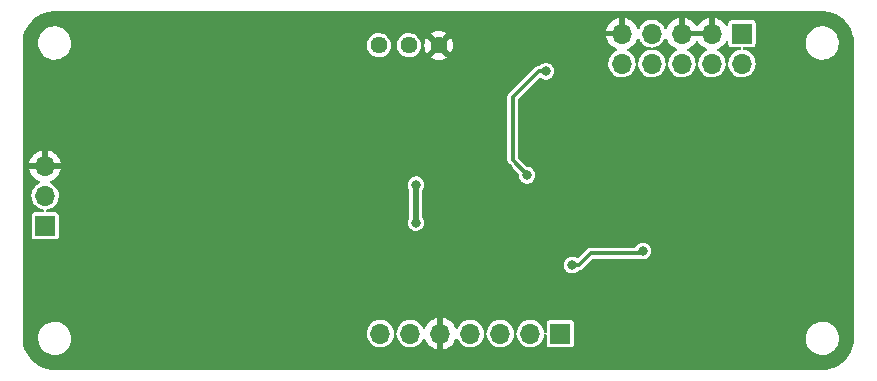
<source format=gbr>
%TF.GenerationSoftware,KiCad,Pcbnew,(6.0.2)*%
%TF.CreationDate,2024-03-31T20:48:55+02:00*%
%TF.ProjectId,STM32L4_Project,53544d33-324c-4345-9f50-726f6a656374,rev?*%
%TF.SameCoordinates,Original*%
%TF.FileFunction,Copper,L2,Bot*%
%TF.FilePolarity,Positive*%
%FSLAX46Y46*%
G04 Gerber Fmt 4.6, Leading zero omitted, Abs format (unit mm)*
G04 Created by KiCad (PCBNEW (6.0.2)) date 2024-03-31 20:48:55*
%MOMM*%
%LPD*%
G01*
G04 APERTURE LIST*
%TA.AperFunction,ComponentPad*%
%ADD10R,1.700000X1.700000*%
%TD*%
%TA.AperFunction,ComponentPad*%
%ADD11O,1.700000X1.700000*%
%TD*%
%TA.AperFunction,ComponentPad*%
%ADD12C,1.440000*%
%TD*%
%TA.AperFunction,ViaPad*%
%ADD13C,0.800000*%
%TD*%
%TA.AperFunction,Conductor*%
%ADD14C,0.300000*%
%TD*%
%TA.AperFunction,Conductor*%
%ADD15C,0.500000*%
%TD*%
G04 APERTURE END LIST*
D10*
%TO.P,J4,1,Pin_1*%
%TO.N,+3V3*%
X113200000Y-39200000D03*
D11*
%TO.P,J4,2,Pin_2*%
%TO.N,SWDIO*%
X113200000Y-41740000D03*
%TO.P,J4,3,Pin_3*%
%TO.N,GND*%
X110660000Y-39200000D03*
%TO.P,J4,4,Pin_4*%
%TO.N,SWCLCK*%
X110660000Y-41740000D03*
%TO.P,J4,5,Pin_5*%
%TO.N,GND*%
X108120000Y-39200000D03*
%TO.P,J4,6,Pin_6*%
%TO.N,unconnected-(J4-Pad6)*%
X108120000Y-41740000D03*
%TO.P,J4,7,Pin_7*%
%TO.N,unconnected-(J4-Pad7)*%
X105580000Y-39200000D03*
%TO.P,J4,8,Pin_8*%
%TO.N,unconnected-(J4-Pad8)*%
X105580000Y-41740000D03*
%TO.P,J4,9,Pin_9*%
%TO.N,GND*%
X103040000Y-39200000D03*
%TO.P,J4,10,Pin_10*%
%TO.N,NRST*%
X103040000Y-41740000D03*
%TD*%
D10*
%TO.P,J2,1,Pin_1*%
%TO.N,PA8*%
X97825000Y-64600000D03*
D11*
%TO.P,J2,2,Pin_2*%
%TO.N,PA4*%
X95285000Y-64600000D03*
%TO.P,J2,3,Pin_3*%
%TO.N,PA3*%
X92745000Y-64600000D03*
%TO.P,J2,4,Pin_4*%
%TO.N,ADC_IN*%
X90205000Y-64600000D03*
%TO.P,J2,5,Pin_5*%
%TO.N,GND*%
X87665000Y-64600000D03*
%TO.P,J2,6,Pin_6*%
%TO.N,+3V3*%
X85125000Y-64600000D03*
%TO.P,J2,7,Pin_7*%
%TO.N,+5V*%
X82585000Y-64600000D03*
%TD*%
D10*
%TO.P,J3,1,Pin_1*%
%TO.N,+5V*%
X54200000Y-55480000D03*
D11*
%TO.P,J3,2,Pin_2*%
%TO.N,RADAR_OUT*%
X54200000Y-52940000D03*
%TO.P,J3,3,Pin_3*%
%TO.N,GND*%
X54200000Y-50400000D03*
%TD*%
D12*
%TO.P,RV1,1,1*%
%TO.N,RADAR_OUT*%
X82450000Y-40200000D03*
%TO.P,RV1,2,2*%
%TO.N,Net-(RV1-Pad2)*%
X84990000Y-40200000D03*
%TO.P,RV1,3,3*%
%TO.N,GND*%
X87530000Y-40200000D03*
%TD*%
D13*
%TO.N,PA8*%
X104800688Y-57600688D03*
X98800000Y-58800000D03*
%TO.N,GND*%
X75894865Y-53503760D03*
X92400000Y-49800000D03*
X99800000Y-47000000D03*
X93400000Y-50600000D03*
X103350500Y-56200000D03*
X97000000Y-46200000D03*
X99800000Y-51600000D03*
X83400000Y-57200000D03*
X95600000Y-57600000D03*
X103200000Y-62600000D03*
X75800000Y-52400000D03*
X111600000Y-49400000D03*
X116600000Y-57400000D03*
X116400000Y-50600000D03*
X111400000Y-59200000D03*
X82400000Y-51000000D03*
X104600000Y-61800000D03*
X109400000Y-54800000D03*
%TO.N,+3V3*%
X85600000Y-55200000D03*
X85600000Y-52000000D03*
%TO.N,NRST*%
X96600000Y-42400000D03*
X95000000Y-51200000D03*
%TD*%
D14*
%TO.N,PA8*%
X104799312Y-57600688D02*
X104800688Y-57600688D01*
X104600000Y-57800000D02*
X104799312Y-57600688D01*
X100200000Y-58000000D02*
X100400000Y-57800000D01*
X98800000Y-58800000D02*
X99400000Y-58800000D01*
X100400000Y-57800000D02*
X104600000Y-57800000D01*
X99400000Y-58800000D02*
X100200000Y-58000000D01*
D15*
%TO.N,+3V3*%
X85600000Y-52000000D02*
X85600000Y-55200000D01*
D14*
%TO.N,NRST*%
X96000000Y-42400000D02*
X96600000Y-42400000D01*
X93800000Y-49940030D02*
X93800000Y-44600000D01*
X95000000Y-51200000D02*
X95000000Y-51140030D01*
X95000000Y-51140030D02*
X93800000Y-49940030D01*
X93800000Y-44600000D02*
X96000000Y-42400000D01*
%TD*%
%TA.AperFunction,Conductor*%
%TO.N,GND*%
G36*
X119984438Y-37301884D02*
G01*
X120000000Y-37304628D01*
X120010685Y-37302744D01*
X120020398Y-37302744D01*
X120034244Y-37301923D01*
X120134273Y-37307541D01*
X120295352Y-37316587D01*
X120309170Y-37318144D01*
X120427060Y-37338174D01*
X120593951Y-37366530D01*
X120607483Y-37369618D01*
X120885068Y-37449589D01*
X120898187Y-37454180D01*
X121165051Y-37564719D01*
X121177579Y-37570752D01*
X121318794Y-37648799D01*
X121430396Y-37710479D01*
X121442159Y-37717870D01*
X121615113Y-37840587D01*
X121677742Y-37885025D01*
X121688614Y-37893696D01*
X121903995Y-38086173D01*
X121913827Y-38096005D01*
X122106304Y-38311386D01*
X122114975Y-38322258D01*
X122276763Y-38550276D01*
X122282126Y-38557835D01*
X122289524Y-38569609D01*
X122429248Y-38822421D01*
X122435281Y-38834949D01*
X122545820Y-39101813D01*
X122550411Y-39114932D01*
X122630382Y-39392517D01*
X122633470Y-39406049D01*
X122644944Y-39473580D01*
X122681856Y-39690830D01*
X122683413Y-39704648D01*
X122688986Y-39803883D01*
X122696954Y-39945752D01*
X122698077Y-39965754D01*
X122697256Y-39979602D01*
X122697256Y-39989315D01*
X122695372Y-40000000D01*
X122697256Y-40010685D01*
X122698116Y-40015562D01*
X122700000Y-40037094D01*
X122700000Y-64962906D01*
X122698116Y-64984438D01*
X122695372Y-65000000D01*
X122697256Y-65010685D01*
X122697256Y-65020398D01*
X122698077Y-65034244D01*
X122695739Y-65075876D01*
X122683413Y-65295352D01*
X122681856Y-65309170D01*
X122666635Y-65398758D01*
X122633470Y-65593951D01*
X122630382Y-65607483D01*
X122554423Y-65871143D01*
X122550413Y-65885062D01*
X122545820Y-65898187D01*
X122435281Y-66165051D01*
X122429248Y-66177579D01*
X122289524Y-66430391D01*
X122282126Y-66442165D01*
X122114975Y-66677742D01*
X122106304Y-66688614D01*
X121913827Y-66903995D01*
X121903995Y-66913827D01*
X121688614Y-67106304D01*
X121677742Y-67114975D01*
X121442159Y-67282130D01*
X121430396Y-67289521D01*
X121318794Y-67351201D01*
X121177579Y-67429248D01*
X121165051Y-67435281D01*
X120898187Y-67545820D01*
X120885068Y-67550411D01*
X120607483Y-67630382D01*
X120593951Y-67633470D01*
X120427060Y-67661826D01*
X120309170Y-67681856D01*
X120295352Y-67683413D01*
X120134273Y-67692459D01*
X120034244Y-67698077D01*
X120020398Y-67697256D01*
X120010685Y-67697256D01*
X120000000Y-67695372D01*
X119989315Y-67697256D01*
X119984438Y-67698116D01*
X119962906Y-67700000D01*
X55037094Y-67700000D01*
X55015562Y-67698116D01*
X55010685Y-67697256D01*
X55000000Y-67695372D01*
X54989315Y-67697256D01*
X54979602Y-67697256D01*
X54965756Y-67698077D01*
X54865727Y-67692459D01*
X54704648Y-67683413D01*
X54690830Y-67681856D01*
X54572940Y-67661826D01*
X54406049Y-67633470D01*
X54392517Y-67630382D01*
X54114932Y-67550411D01*
X54101813Y-67545820D01*
X53834949Y-67435281D01*
X53822421Y-67429248D01*
X53681206Y-67351201D01*
X53569604Y-67289521D01*
X53557841Y-67282130D01*
X53322258Y-67114975D01*
X53311386Y-67106304D01*
X53096005Y-66913827D01*
X53086173Y-66903995D01*
X52893696Y-66688614D01*
X52885025Y-66677742D01*
X52717874Y-66442165D01*
X52710476Y-66430391D01*
X52570752Y-66177579D01*
X52564719Y-66165051D01*
X52454180Y-65898187D01*
X52449587Y-65885062D01*
X52445577Y-65871143D01*
X52369618Y-65607483D01*
X52366530Y-65593951D01*
X52333365Y-65398758D01*
X52318144Y-65309170D01*
X52316587Y-65295352D01*
X52304261Y-65075876D01*
X52301923Y-65034244D01*
X52302744Y-65020398D01*
X52302744Y-65010685D01*
X52304628Y-65000000D01*
X52301884Y-64984438D01*
X52300000Y-64962906D01*
X52300000Y-64933789D01*
X53595996Y-64933789D01*
X53604913Y-65171295D01*
X53605990Y-65176430D01*
X53605991Y-65176435D01*
X53642491Y-65350391D01*
X53653719Y-65403904D01*
X53655648Y-65408788D01*
X53655649Y-65408792D01*
X53688101Y-65490965D01*
X53741020Y-65624963D01*
X53743741Y-65629447D01*
X53743743Y-65629451D01*
X53852593Y-65808829D01*
X53864319Y-65828153D01*
X54020090Y-66007664D01*
X54203880Y-66158362D01*
X54208441Y-66160958D01*
X54208442Y-66160959D01*
X54405875Y-66273345D01*
X54405880Y-66273347D01*
X54410433Y-66275939D01*
X54633844Y-66357034D01*
X54867725Y-66399326D01*
X54892619Y-66400500D01*
X55059680Y-66400500D01*
X55062296Y-66400278D01*
X55062297Y-66400278D01*
X55231590Y-66385913D01*
X55236823Y-66385469D01*
X55466874Y-66325760D01*
X55683576Y-66228143D01*
X55880732Y-66095409D01*
X56052705Y-65931355D01*
X56194579Y-65740670D01*
X56203307Y-65723504D01*
X56299913Y-65533493D01*
X56299915Y-65533488D01*
X56302295Y-65528807D01*
X56310900Y-65501096D01*
X56371215Y-65306848D01*
X56372775Y-65301824D01*
X56379713Y-65249479D01*
X56403315Y-65071412D01*
X56403315Y-65071408D01*
X56404004Y-65066211D01*
X56395087Y-64828705D01*
X56379531Y-64754562D01*
X56347361Y-64601242D01*
X56347360Y-64601239D01*
X56346281Y-64596096D01*
X56335878Y-64569754D01*
X81429967Y-64569754D01*
X81430338Y-64575416D01*
X81430338Y-64575420D01*
X81434488Y-64638736D01*
X81443796Y-64780749D01*
X81495845Y-64985690D01*
X81498219Y-64990841D01*
X81498221Y-64990845D01*
X81535363Y-65071412D01*
X81584369Y-65177714D01*
X81587647Y-65182352D01*
X81702890Y-65345417D01*
X81706405Y-65350391D01*
X81857865Y-65497937D01*
X81862588Y-65501093D01*
X81862592Y-65501096D01*
X81911078Y-65533493D01*
X82033677Y-65615411D01*
X82227953Y-65698878D01*
X82263277Y-65706871D01*
X82428638Y-65744289D01*
X82428642Y-65744290D01*
X82434186Y-65745544D01*
X82560315Y-65750500D01*
X82639789Y-65753623D01*
X82639791Y-65753623D01*
X82645470Y-65753846D01*
X82651090Y-65753031D01*
X82651092Y-65753031D01*
X82849103Y-65724320D01*
X82849104Y-65724320D01*
X82854730Y-65723504D01*
X82873588Y-65717103D01*
X83049565Y-65657367D01*
X83049568Y-65657366D01*
X83054955Y-65655537D01*
X83059916Y-65652759D01*
X83059922Y-65652756D01*
X83166530Y-65593052D01*
X83239442Y-65552219D01*
X83277165Y-65520846D01*
X83397645Y-65420644D01*
X83402012Y-65417012D01*
X83417194Y-65398758D01*
X83533584Y-65258813D01*
X83533585Y-65258811D01*
X83537219Y-65254442D01*
X83583784Y-65171295D01*
X83637756Y-65074922D01*
X83637759Y-65074916D01*
X83640537Y-65069955D01*
X83643588Y-65060969D01*
X83706675Y-64875118D01*
X83708504Y-64869730D01*
X83713692Y-64833949D01*
X83732820Y-64702033D01*
X83761921Y-64638512D01*
X83815225Y-64604346D01*
X83895974Y-64604346D01*
X83949347Y-64638736D01*
X83978296Y-64702327D01*
X83979271Y-64711707D01*
X83983796Y-64780749D01*
X84035845Y-64985690D01*
X84038219Y-64990841D01*
X84038221Y-64990845D01*
X84075363Y-65071412D01*
X84124369Y-65177714D01*
X84127647Y-65182352D01*
X84242890Y-65345417D01*
X84246405Y-65350391D01*
X84397865Y-65497937D01*
X84402588Y-65501093D01*
X84402592Y-65501096D01*
X84451078Y-65533493D01*
X84573677Y-65615411D01*
X84767953Y-65698878D01*
X84803277Y-65706871D01*
X84968638Y-65744289D01*
X84968642Y-65744290D01*
X84974186Y-65745544D01*
X85100315Y-65750500D01*
X85179789Y-65753623D01*
X85179791Y-65753623D01*
X85185470Y-65753846D01*
X85191090Y-65753031D01*
X85191092Y-65753031D01*
X85389103Y-65724320D01*
X85389104Y-65724320D01*
X85394730Y-65723504D01*
X85413588Y-65717103D01*
X85589565Y-65657367D01*
X85589568Y-65657366D01*
X85594955Y-65655537D01*
X85599916Y-65652759D01*
X85599922Y-65652756D01*
X85706530Y-65593052D01*
X85779442Y-65552219D01*
X85817165Y-65520846D01*
X85937645Y-65420644D01*
X85942012Y-65417012D01*
X85957194Y-65398758D01*
X86073584Y-65258813D01*
X86073585Y-65258811D01*
X86077219Y-65254442D01*
X86179059Y-65072594D01*
X86228990Y-65023721D01*
X86297418Y-65009601D01*
X86362617Y-65034717D01*
X86399630Y-65080778D01*
X86489110Y-65272667D01*
X86494508Y-65282017D01*
X86623784Y-65466643D01*
X86630719Y-65474907D01*
X86790091Y-65634279D01*
X86798357Y-65641215D01*
X86982992Y-65770498D01*
X86992324Y-65775886D01*
X87196603Y-65871143D01*
X87206736Y-65874832D01*
X87397779Y-65926022D01*
X87411653Y-65925691D01*
X87415000Y-65917875D01*
X87415000Y-65912806D01*
X87915000Y-65912806D01*
X87918910Y-65926123D01*
X87927326Y-65927333D01*
X88123264Y-65874832D01*
X88133397Y-65871143D01*
X88337676Y-65775886D01*
X88347008Y-65770498D01*
X88531643Y-65641215D01*
X88539909Y-65634279D01*
X88699281Y-65474907D01*
X88706216Y-65466643D01*
X88835492Y-65282017D01*
X88840890Y-65272667D01*
X88932656Y-65075876D01*
X88978829Y-65023437D01*
X89046022Y-65004285D01*
X89112903Y-65024501D01*
X89157648Y-65076368D01*
X89204369Y-65177714D01*
X89207647Y-65182352D01*
X89322890Y-65345417D01*
X89326405Y-65350391D01*
X89477865Y-65497937D01*
X89482588Y-65501093D01*
X89482592Y-65501096D01*
X89531078Y-65533493D01*
X89653677Y-65615411D01*
X89847953Y-65698878D01*
X89883277Y-65706871D01*
X90048638Y-65744289D01*
X90048642Y-65744290D01*
X90054186Y-65745544D01*
X90180315Y-65750500D01*
X90259789Y-65753623D01*
X90259791Y-65753623D01*
X90265470Y-65753846D01*
X90271090Y-65753031D01*
X90271092Y-65753031D01*
X90469103Y-65724320D01*
X90469104Y-65724320D01*
X90474730Y-65723504D01*
X90493588Y-65717103D01*
X90669565Y-65657367D01*
X90669568Y-65657366D01*
X90674955Y-65655537D01*
X90679916Y-65652759D01*
X90679922Y-65652756D01*
X90786530Y-65593052D01*
X90859442Y-65552219D01*
X90897165Y-65520846D01*
X91017645Y-65420644D01*
X91022012Y-65417012D01*
X91037194Y-65398758D01*
X91153584Y-65258813D01*
X91153585Y-65258811D01*
X91157219Y-65254442D01*
X91203784Y-65171295D01*
X91257756Y-65074922D01*
X91257759Y-65074916D01*
X91260537Y-65069955D01*
X91263588Y-65060969D01*
X91326675Y-64875118D01*
X91328504Y-64869730D01*
X91333692Y-64833949D01*
X91352820Y-64702033D01*
X91381921Y-64638512D01*
X91435225Y-64604346D01*
X91515974Y-64604346D01*
X91569347Y-64638736D01*
X91598296Y-64702327D01*
X91599271Y-64711707D01*
X91603796Y-64780749D01*
X91655845Y-64985690D01*
X91658219Y-64990841D01*
X91658221Y-64990845D01*
X91695363Y-65071412D01*
X91744369Y-65177714D01*
X91747647Y-65182352D01*
X91862890Y-65345417D01*
X91866405Y-65350391D01*
X92017865Y-65497937D01*
X92022588Y-65501093D01*
X92022592Y-65501096D01*
X92071078Y-65533493D01*
X92193677Y-65615411D01*
X92387953Y-65698878D01*
X92423277Y-65706871D01*
X92588638Y-65744289D01*
X92588642Y-65744290D01*
X92594186Y-65745544D01*
X92720315Y-65750500D01*
X92799789Y-65753623D01*
X92799791Y-65753623D01*
X92805470Y-65753846D01*
X92811090Y-65753031D01*
X92811092Y-65753031D01*
X93009103Y-65724320D01*
X93009104Y-65724320D01*
X93014730Y-65723504D01*
X93033588Y-65717103D01*
X93209565Y-65657367D01*
X93209568Y-65657366D01*
X93214955Y-65655537D01*
X93219916Y-65652759D01*
X93219922Y-65652756D01*
X93326530Y-65593052D01*
X93399442Y-65552219D01*
X93437165Y-65520846D01*
X93557645Y-65420644D01*
X93562012Y-65417012D01*
X93577194Y-65398758D01*
X93693584Y-65258813D01*
X93693585Y-65258811D01*
X93697219Y-65254442D01*
X93743784Y-65171295D01*
X93797756Y-65074922D01*
X93797759Y-65074916D01*
X93800537Y-65069955D01*
X93803588Y-65060969D01*
X93866675Y-64875118D01*
X93868504Y-64869730D01*
X93873692Y-64833949D01*
X93892820Y-64702033D01*
X93921921Y-64638512D01*
X93975225Y-64604346D01*
X94055974Y-64604346D01*
X94109347Y-64638736D01*
X94138296Y-64702327D01*
X94139271Y-64711707D01*
X94143796Y-64780749D01*
X94195845Y-64985690D01*
X94198219Y-64990841D01*
X94198221Y-64990845D01*
X94235363Y-65071412D01*
X94284369Y-65177714D01*
X94287647Y-65182352D01*
X94402890Y-65345417D01*
X94406405Y-65350391D01*
X94557865Y-65497937D01*
X94562588Y-65501093D01*
X94562592Y-65501096D01*
X94611078Y-65533493D01*
X94733677Y-65615411D01*
X94927953Y-65698878D01*
X94963277Y-65706871D01*
X95128638Y-65744289D01*
X95128642Y-65744290D01*
X95134186Y-65745544D01*
X95260315Y-65750500D01*
X95339789Y-65753623D01*
X95339791Y-65753623D01*
X95345470Y-65753846D01*
X95351090Y-65753031D01*
X95351092Y-65753031D01*
X95549103Y-65724320D01*
X95549104Y-65724320D01*
X95554730Y-65723504D01*
X95573588Y-65717103D01*
X95749565Y-65657367D01*
X95749568Y-65657366D01*
X95754955Y-65655537D01*
X95759916Y-65652759D01*
X95759922Y-65652756D01*
X95866530Y-65593052D01*
X95939442Y-65552219D01*
X95977165Y-65520846D01*
X96097645Y-65420644D01*
X96102012Y-65417012D01*
X96117194Y-65398758D01*
X96233584Y-65258813D01*
X96233585Y-65258811D01*
X96237219Y-65254442D01*
X96283784Y-65171295D01*
X96337756Y-65074922D01*
X96337759Y-65074916D01*
X96340537Y-65069955D01*
X96343588Y-65060969D01*
X96406675Y-64875118D01*
X96408504Y-64869730D01*
X96421406Y-64780749D01*
X96427783Y-64736769D01*
X96456884Y-64673248D01*
X96515707Y-64635543D01*
X96585577Y-64635627D01*
X96644310Y-64673471D01*
X96673259Y-64737061D01*
X96674500Y-64754562D01*
X96674500Y-65494646D01*
X96677618Y-65520846D01*
X96723061Y-65623153D01*
X96802287Y-65702241D01*
X96812758Y-65706870D01*
X96812759Y-65706871D01*
X96896147Y-65743737D01*
X96896149Y-65743738D01*
X96904673Y-65747506D01*
X96930354Y-65750500D01*
X98719646Y-65750500D01*
X98723300Y-65750065D01*
X98723302Y-65750065D01*
X98728266Y-65749474D01*
X98745846Y-65747382D01*
X98848153Y-65701939D01*
X98927241Y-65622713D01*
X98960014Y-65548584D01*
X98968737Y-65528853D01*
X98968738Y-65528851D01*
X98972506Y-65520327D01*
X98975500Y-65494646D01*
X98975500Y-64933789D01*
X118595996Y-64933789D01*
X118604913Y-65171295D01*
X118605990Y-65176430D01*
X118605991Y-65176435D01*
X118642491Y-65350391D01*
X118653719Y-65403904D01*
X118655648Y-65408788D01*
X118655649Y-65408792D01*
X118688101Y-65490965D01*
X118741020Y-65624963D01*
X118743741Y-65629447D01*
X118743743Y-65629451D01*
X118852593Y-65808829D01*
X118864319Y-65828153D01*
X119020090Y-66007664D01*
X119203880Y-66158362D01*
X119208441Y-66160958D01*
X119208442Y-66160959D01*
X119405875Y-66273345D01*
X119405880Y-66273347D01*
X119410433Y-66275939D01*
X119633844Y-66357034D01*
X119867725Y-66399326D01*
X119892619Y-66400500D01*
X120059680Y-66400500D01*
X120062296Y-66400278D01*
X120062297Y-66400278D01*
X120231590Y-66385913D01*
X120236823Y-66385469D01*
X120466874Y-66325760D01*
X120683576Y-66228143D01*
X120880732Y-66095409D01*
X121052705Y-65931355D01*
X121194579Y-65740670D01*
X121203307Y-65723504D01*
X121299913Y-65533493D01*
X121299915Y-65533488D01*
X121302295Y-65528807D01*
X121310900Y-65501096D01*
X121371215Y-65306848D01*
X121372775Y-65301824D01*
X121379713Y-65249479D01*
X121403315Y-65071412D01*
X121403315Y-65071408D01*
X121404004Y-65066211D01*
X121395087Y-64828705D01*
X121379531Y-64754562D01*
X121347361Y-64601242D01*
X121347360Y-64601239D01*
X121346281Y-64596096D01*
X121258980Y-64375037D01*
X121253146Y-64365422D01*
X121138408Y-64176341D01*
X121135681Y-64171847D01*
X120979910Y-63992336D01*
X120796120Y-63841638D01*
X120738998Y-63809122D01*
X120594125Y-63726655D01*
X120594120Y-63726653D01*
X120589567Y-63724061D01*
X120366156Y-63642966D01*
X120132275Y-63600674D01*
X120107381Y-63599500D01*
X119940320Y-63599500D01*
X119937704Y-63599722D01*
X119937703Y-63599722D01*
X119926484Y-63600674D01*
X119763177Y-63614531D01*
X119533126Y-63674240D01*
X119316424Y-63771857D01*
X119119268Y-63904591D01*
X118947295Y-64068645D01*
X118805421Y-64259330D01*
X118803042Y-64264008D01*
X118803042Y-64264009D01*
X118712178Y-64442727D01*
X118697705Y-64471193D01*
X118696146Y-64476213D01*
X118696145Y-64476216D01*
X118667101Y-64569754D01*
X118627225Y-64698176D01*
X118626534Y-64703386D01*
X118626534Y-64703388D01*
X118604487Y-64869730D01*
X118595996Y-64933789D01*
X98975500Y-64933789D01*
X98975500Y-63705354D01*
X98972382Y-63679154D01*
X98926939Y-63576847D01*
X98847713Y-63497759D01*
X98837242Y-63493130D01*
X98837241Y-63493129D01*
X98753853Y-63456263D01*
X98753851Y-63456262D01*
X98745327Y-63452494D01*
X98719646Y-63449500D01*
X96930354Y-63449500D01*
X96926700Y-63449935D01*
X96926698Y-63449935D01*
X96921734Y-63450526D01*
X96904154Y-63452618D01*
X96801847Y-63498061D01*
X96722759Y-63577287D01*
X96718130Y-63587758D01*
X96718129Y-63587759D01*
X96683876Y-63665238D01*
X96677494Y-63679673D01*
X96674500Y-63705354D01*
X96674500Y-64442727D01*
X96654815Y-64509766D01*
X96602011Y-64555521D01*
X96532853Y-64565465D01*
X96469297Y-64536440D01*
X96431523Y-64477662D01*
X96427020Y-64454073D01*
X96421601Y-64395101D01*
X96421601Y-64395100D01*
X96421081Y-64389440D01*
X96363686Y-64185931D01*
X96270165Y-63996290D01*
X96143651Y-63826867D01*
X96139481Y-63823012D01*
X96139478Y-63823009D01*
X96032436Y-63724061D01*
X95988381Y-63683337D01*
X95982574Y-63679673D01*
X95814363Y-63573539D01*
X95814361Y-63573538D01*
X95809554Y-63570505D01*
X95613160Y-63492152D01*
X95607579Y-63491042D01*
X95607576Y-63491041D01*
X95509467Y-63471526D01*
X95405775Y-63450901D01*
X95400088Y-63450827D01*
X95400083Y-63450826D01*
X95200034Y-63448207D01*
X95200029Y-63448207D01*
X95194346Y-63448133D01*
X95188742Y-63449096D01*
X95188741Y-63449096D01*
X94991550Y-63482979D01*
X94991547Y-63482980D01*
X94985953Y-63483941D01*
X94787575Y-63557127D01*
X94782697Y-63560029D01*
X94782695Y-63560030D01*
X94610740Y-63662332D01*
X94610737Y-63662334D01*
X94605856Y-63665238D01*
X94446881Y-63804655D01*
X94443362Y-63809119D01*
X94443359Y-63809122D01*
X94384731Y-63883492D01*
X94315976Y-63970708D01*
X94217523Y-64157836D01*
X94215837Y-64163267D01*
X94215835Y-64163271D01*
X94211921Y-64175877D01*
X94154820Y-64359773D01*
X94137851Y-64503140D01*
X94110425Y-64567398D01*
X94055974Y-64604346D01*
X93975225Y-64604346D01*
X93975667Y-64604063D01*
X93923057Y-64572081D01*
X93892453Y-64509271D01*
X93891232Y-64499909D01*
X93881601Y-64395100D01*
X93881081Y-64389440D01*
X93823686Y-64185931D01*
X93730165Y-63996290D01*
X93603651Y-63826867D01*
X93599481Y-63823012D01*
X93599478Y-63823009D01*
X93492436Y-63724061D01*
X93448381Y-63683337D01*
X93442574Y-63679673D01*
X93274363Y-63573539D01*
X93274361Y-63573538D01*
X93269554Y-63570505D01*
X93073160Y-63492152D01*
X93067579Y-63491042D01*
X93067576Y-63491041D01*
X92969467Y-63471526D01*
X92865775Y-63450901D01*
X92860088Y-63450827D01*
X92860083Y-63450826D01*
X92660034Y-63448207D01*
X92660029Y-63448207D01*
X92654346Y-63448133D01*
X92648742Y-63449096D01*
X92648741Y-63449096D01*
X92451550Y-63482979D01*
X92451547Y-63482980D01*
X92445953Y-63483941D01*
X92247575Y-63557127D01*
X92242697Y-63560029D01*
X92242695Y-63560030D01*
X92070740Y-63662332D01*
X92070737Y-63662334D01*
X92065856Y-63665238D01*
X91906881Y-63804655D01*
X91903362Y-63809119D01*
X91903359Y-63809122D01*
X91844731Y-63883492D01*
X91775976Y-63970708D01*
X91677523Y-64157836D01*
X91675837Y-64163267D01*
X91675835Y-64163271D01*
X91671921Y-64175877D01*
X91614820Y-64359773D01*
X91597851Y-64503140D01*
X91570425Y-64567398D01*
X91515974Y-64604346D01*
X91435225Y-64604346D01*
X91435667Y-64604063D01*
X91383057Y-64572081D01*
X91352453Y-64509271D01*
X91351232Y-64499909D01*
X91341601Y-64395100D01*
X91341081Y-64389440D01*
X91283686Y-64185931D01*
X91190165Y-63996290D01*
X91063651Y-63826867D01*
X91059481Y-63823012D01*
X91059478Y-63823009D01*
X90952436Y-63724061D01*
X90908381Y-63683337D01*
X90902574Y-63679673D01*
X90734363Y-63573539D01*
X90734361Y-63573538D01*
X90729554Y-63570505D01*
X90533160Y-63492152D01*
X90527579Y-63491042D01*
X90527576Y-63491041D01*
X90429467Y-63471526D01*
X90325775Y-63450901D01*
X90320088Y-63450827D01*
X90320083Y-63450826D01*
X90120034Y-63448207D01*
X90120029Y-63448207D01*
X90114346Y-63448133D01*
X90108742Y-63449096D01*
X90108741Y-63449096D01*
X89911550Y-63482979D01*
X89911547Y-63482980D01*
X89905953Y-63483941D01*
X89707575Y-63557127D01*
X89702697Y-63560029D01*
X89702695Y-63560030D01*
X89530740Y-63662332D01*
X89530737Y-63662334D01*
X89525856Y-63665238D01*
X89366881Y-63804655D01*
X89363362Y-63809119D01*
X89363359Y-63809122D01*
X89304731Y-63883492D01*
X89235976Y-63970708D01*
X89224914Y-63991733D01*
X89153685Y-64127117D01*
X89105050Y-64177281D01*
X89037015Y-64193187D01*
X88971181Y-64169786D01*
X88931565Y-64121786D01*
X88840890Y-63927333D01*
X88835492Y-63917983D01*
X88706216Y-63733357D01*
X88699281Y-63725093D01*
X88539909Y-63565721D01*
X88531643Y-63558785D01*
X88347008Y-63429502D01*
X88337676Y-63424114D01*
X88133397Y-63328857D01*
X88123264Y-63325168D01*
X87932221Y-63273978D01*
X87918347Y-63274309D01*
X87915000Y-63282125D01*
X87915000Y-65912806D01*
X87415000Y-65912806D01*
X87415000Y-63287194D01*
X87411090Y-63273877D01*
X87402674Y-63272667D01*
X87206736Y-63325168D01*
X87196603Y-63328857D01*
X86992333Y-63424110D01*
X86982983Y-63429508D01*
X86798357Y-63558784D01*
X86790093Y-63565719D01*
X86630719Y-63725093D01*
X86623784Y-63733357D01*
X86494508Y-63917983D01*
X86489110Y-63927333D01*
X86397664Y-64123438D01*
X86351491Y-64175877D01*
X86284298Y-64195029D01*
X86217417Y-64174813D01*
X86174071Y-64125878D01*
X86110165Y-63996290D01*
X85983651Y-63826867D01*
X85979481Y-63823012D01*
X85979478Y-63823009D01*
X85872436Y-63724061D01*
X85828381Y-63683337D01*
X85822574Y-63679673D01*
X85654363Y-63573539D01*
X85654361Y-63573538D01*
X85649554Y-63570505D01*
X85453160Y-63492152D01*
X85447579Y-63491042D01*
X85447576Y-63491041D01*
X85349467Y-63471526D01*
X85245775Y-63450901D01*
X85240088Y-63450827D01*
X85240083Y-63450826D01*
X85040034Y-63448207D01*
X85040029Y-63448207D01*
X85034346Y-63448133D01*
X85028742Y-63449096D01*
X85028741Y-63449096D01*
X84831550Y-63482979D01*
X84831547Y-63482980D01*
X84825953Y-63483941D01*
X84627575Y-63557127D01*
X84622697Y-63560029D01*
X84622695Y-63560030D01*
X84450740Y-63662332D01*
X84450737Y-63662334D01*
X84445856Y-63665238D01*
X84286881Y-63804655D01*
X84283362Y-63809119D01*
X84283359Y-63809122D01*
X84224731Y-63883492D01*
X84155976Y-63970708D01*
X84057523Y-64157836D01*
X84055837Y-64163267D01*
X84055835Y-64163271D01*
X84051921Y-64175877D01*
X83994820Y-64359773D01*
X83977851Y-64503140D01*
X83950425Y-64567398D01*
X83895974Y-64604346D01*
X83815225Y-64604346D01*
X83815667Y-64604063D01*
X83763057Y-64572081D01*
X83732453Y-64509271D01*
X83731232Y-64499909D01*
X83721601Y-64395100D01*
X83721081Y-64389440D01*
X83663686Y-64185931D01*
X83570165Y-63996290D01*
X83443651Y-63826867D01*
X83439481Y-63823012D01*
X83439478Y-63823009D01*
X83332436Y-63724061D01*
X83288381Y-63683337D01*
X83282574Y-63679673D01*
X83114363Y-63573539D01*
X83114361Y-63573538D01*
X83109554Y-63570505D01*
X82913160Y-63492152D01*
X82907579Y-63491042D01*
X82907576Y-63491041D01*
X82809467Y-63471526D01*
X82705775Y-63450901D01*
X82700088Y-63450827D01*
X82700083Y-63450826D01*
X82500034Y-63448207D01*
X82500029Y-63448207D01*
X82494346Y-63448133D01*
X82488742Y-63449096D01*
X82488741Y-63449096D01*
X82291550Y-63482979D01*
X82291547Y-63482980D01*
X82285953Y-63483941D01*
X82087575Y-63557127D01*
X82082697Y-63560029D01*
X82082695Y-63560030D01*
X81910740Y-63662332D01*
X81910737Y-63662334D01*
X81905856Y-63665238D01*
X81746881Y-63804655D01*
X81743362Y-63809119D01*
X81743359Y-63809122D01*
X81684731Y-63883492D01*
X81615976Y-63970708D01*
X81517523Y-64157836D01*
X81515837Y-64163267D01*
X81515835Y-64163271D01*
X81511921Y-64175877D01*
X81454820Y-64359773D01*
X81454152Y-64365418D01*
X81454151Y-64365422D01*
X81441038Y-64476216D01*
X81429967Y-64569754D01*
X56335878Y-64569754D01*
X56258980Y-64375037D01*
X56253146Y-64365422D01*
X56138408Y-64176341D01*
X56135681Y-64171847D01*
X55979910Y-63992336D01*
X55796120Y-63841638D01*
X55738998Y-63809122D01*
X55594125Y-63726655D01*
X55594120Y-63726653D01*
X55589567Y-63724061D01*
X55366156Y-63642966D01*
X55132275Y-63600674D01*
X55107381Y-63599500D01*
X54940320Y-63599500D01*
X54937704Y-63599722D01*
X54937703Y-63599722D01*
X54926484Y-63600674D01*
X54763177Y-63614531D01*
X54533126Y-63674240D01*
X54316424Y-63771857D01*
X54119268Y-63904591D01*
X53947295Y-64068645D01*
X53805421Y-64259330D01*
X53803042Y-64264008D01*
X53803042Y-64264009D01*
X53712178Y-64442727D01*
X53697705Y-64471193D01*
X53696146Y-64476213D01*
X53696145Y-64476216D01*
X53667101Y-64569754D01*
X53627225Y-64698176D01*
X53626534Y-64703386D01*
X53626534Y-64703388D01*
X53604487Y-64869730D01*
X53595996Y-64933789D01*
X52300000Y-64933789D01*
X52300000Y-58792611D01*
X98094394Y-58792611D01*
X98112999Y-58961135D01*
X98115565Y-58968147D01*
X98115566Y-58968151D01*
X98153671Y-59072275D01*
X98171266Y-59120356D01*
X98175433Y-59126558D01*
X98175435Y-59126561D01*
X98209468Y-59177207D01*
X98265830Y-59261083D01*
X98271360Y-59266115D01*
X98385702Y-59370159D01*
X98385706Y-59370162D01*
X98391233Y-59375191D01*
X98540235Y-59456092D01*
X98635585Y-59481107D01*
X98697005Y-59497220D01*
X98697007Y-59497220D01*
X98704233Y-59499116D01*
X98787178Y-59500419D01*
X98866290Y-59501662D01*
X98866293Y-59501662D01*
X98873760Y-59501779D01*
X98996209Y-59473735D01*
X99031738Y-59465598D01*
X99031739Y-59465598D01*
X99039029Y-59463928D01*
X99114111Y-59426166D01*
X99183820Y-59391106D01*
X99183822Y-59391105D01*
X99190498Y-59387747D01*
X99196180Y-59382894D01*
X99196183Y-59382892D01*
X99312629Y-59283437D01*
X99376391Y-59254866D01*
X99395842Y-59254692D01*
X99395838Y-59254566D01*
X99405105Y-59254274D01*
X99414310Y-59255364D01*
X99450974Y-59248668D01*
X99472022Y-59244824D01*
X99475864Y-59244184D01*
X99509017Y-59239199D01*
X99533962Y-59235449D01*
X99540475Y-59232321D01*
X99547573Y-59231025D01*
X99555799Y-59226752D01*
X99599663Y-59203967D01*
X99603146Y-59202227D01*
X99656079Y-59176809D01*
X99661299Y-59171984D01*
X99661520Y-59171835D01*
X99667788Y-59168579D01*
X99672828Y-59164275D01*
X99710097Y-59127006D01*
X99713607Y-59123631D01*
X99748749Y-59091147D01*
X99748751Y-59091144D01*
X99755556Y-59084854D01*
X99759237Y-59078516D01*
X99764828Y-59072275D01*
X100550284Y-58286819D01*
X100611607Y-58253334D01*
X100637965Y-58250500D01*
X104503847Y-58250500D01*
X104540725Y-58257535D01*
X104540923Y-58256780D01*
X104697693Y-58297908D01*
X104697695Y-58297908D01*
X104704921Y-58299804D01*
X104787866Y-58301107D01*
X104866978Y-58302350D01*
X104866981Y-58302350D01*
X104874448Y-58302467D01*
X104996897Y-58274423D01*
X105032426Y-58266286D01*
X105032427Y-58266286D01*
X105039717Y-58264616D01*
X105135634Y-58216375D01*
X105184508Y-58191794D01*
X105184510Y-58191793D01*
X105191186Y-58188435D01*
X105196868Y-58183582D01*
X105196871Y-58183580D01*
X105314429Y-58083175D01*
X105320111Y-58078322D01*
X105419049Y-57940635D01*
X105482289Y-57783322D01*
X105506178Y-57615466D01*
X105506333Y-57600688D01*
X105505845Y-57596655D01*
X105486863Y-57439793D01*
X105486862Y-57439789D01*
X105485964Y-57432368D01*
X105463624Y-57373247D01*
X105428677Y-57280761D01*
X105428675Y-57280758D01*
X105426033Y-57273765D01*
X105417345Y-57261124D01*
X105334237Y-57140201D01*
X105334234Y-57140198D01*
X105330000Y-57134037D01*
X105203409Y-57021248D01*
X105189035Y-57013637D01*
X105060177Y-56945411D01*
X105053569Y-56941912D01*
X104889129Y-56900607D01*
X104802936Y-56900156D01*
X104727056Y-56899758D01*
X104727055Y-56899758D01*
X104719583Y-56899719D01*
X104697923Y-56904919D01*
X104561983Y-56937556D01*
X104561981Y-56937557D01*
X104554720Y-56939300D01*
X104548087Y-56942723D01*
X104548083Y-56942725D01*
X104481153Y-56977271D01*
X104404057Y-57017063D01*
X104276292Y-57128519D01*
X104178801Y-57267235D01*
X104176087Y-57274196D01*
X104172553Y-57280787D01*
X104170469Y-57279669D01*
X104134812Y-57325858D01*
X104061981Y-57349500D01*
X100434103Y-57349500D01*
X100419529Y-57348641D01*
X100394893Y-57345725D01*
X100394892Y-57345725D01*
X100385690Y-57344636D01*
X100376574Y-57346301D01*
X100376567Y-57346301D01*
X100327938Y-57355182D01*
X100324102Y-57355821D01*
X100311004Y-57357791D01*
X100275202Y-57363173D01*
X100275201Y-57363173D01*
X100266038Y-57364551D01*
X100259528Y-57367677D01*
X100252427Y-57368974D01*
X100244201Y-57373247D01*
X100200322Y-57396039D01*
X100196840Y-57397779D01*
X100152277Y-57419178D01*
X100152275Y-57419179D01*
X100143921Y-57423191D01*
X100138701Y-57428017D01*
X100138488Y-57428160D01*
X100132212Y-57431420D01*
X100127172Y-57435725D01*
X100089903Y-57472994D01*
X100086393Y-57476369D01*
X100051251Y-57508853D01*
X100051249Y-57508856D01*
X100044444Y-57515146D01*
X100040763Y-57521484D01*
X100035172Y-57527725D01*
X99357757Y-58205140D01*
X99296434Y-58238625D01*
X99226742Y-58233641D01*
X99204103Y-58221791D01*
X99202721Y-58220560D01*
X99052881Y-58141224D01*
X98888441Y-58099919D01*
X98802248Y-58099468D01*
X98726368Y-58099070D01*
X98726367Y-58099070D01*
X98718895Y-58099031D01*
X98697235Y-58104231D01*
X98561295Y-58136868D01*
X98561293Y-58136869D01*
X98554032Y-58138612D01*
X98547399Y-58142035D01*
X98547395Y-58142037D01*
X98480465Y-58176583D01*
X98403369Y-58216375D01*
X98397737Y-58221288D01*
X98304814Y-58302350D01*
X98275604Y-58327831D01*
X98178113Y-58466547D01*
X98116524Y-58624513D01*
X98094394Y-58792611D01*
X52300000Y-58792611D01*
X52300000Y-50662326D01*
X52872667Y-50662326D01*
X52925168Y-50858264D01*
X52928857Y-50868397D01*
X53024110Y-51072667D01*
X53029508Y-51082017D01*
X53158784Y-51266643D01*
X53165719Y-51274907D01*
X53325091Y-51434279D01*
X53333357Y-51441215D01*
X53517992Y-51570498D01*
X53527324Y-51575886D01*
X53719698Y-51665592D01*
X53772137Y-51711764D01*
X53791289Y-51778958D01*
X53771073Y-51845839D01*
X53717908Y-51891174D01*
X53710212Y-51894309D01*
X53702575Y-51897127D01*
X53697697Y-51900029D01*
X53697695Y-51900030D01*
X53525740Y-52002332D01*
X53525737Y-52002334D01*
X53520856Y-52005238D01*
X53361881Y-52144655D01*
X53358362Y-52149119D01*
X53358359Y-52149122D01*
X53343358Y-52168151D01*
X53230976Y-52310708D01*
X53132523Y-52497836D01*
X53069820Y-52699773D01*
X53069152Y-52705418D01*
X53069151Y-52705422D01*
X53045635Y-52904110D01*
X53044967Y-52909754D01*
X53045338Y-52915416D01*
X53045338Y-52915420D01*
X53046949Y-52940000D01*
X53058796Y-53120749D01*
X53110845Y-53325690D01*
X53113219Y-53330841D01*
X53113221Y-53330845D01*
X53151981Y-53414922D01*
X53199369Y-53517714D01*
X53321405Y-53690391D01*
X53472865Y-53837937D01*
X53477588Y-53841093D01*
X53477592Y-53841096D01*
X53548663Y-53888584D01*
X53648677Y-53955411D01*
X53842953Y-54038878D01*
X54044829Y-54084558D01*
X54105871Y-54118552D01*
X54138844Y-54180152D01*
X54133279Y-54249800D01*
X54090943Y-54305383D01*
X54025277Y-54329253D01*
X54017462Y-54329500D01*
X53305354Y-54329500D01*
X53301700Y-54329935D01*
X53301698Y-54329935D01*
X53296734Y-54330526D01*
X53279154Y-54332618D01*
X53176847Y-54378061D01*
X53097759Y-54457287D01*
X53052494Y-54559673D01*
X53049500Y-54585354D01*
X53049500Y-56374646D01*
X53052618Y-56400846D01*
X53098061Y-56503153D01*
X53177287Y-56582241D01*
X53187758Y-56586870D01*
X53187759Y-56586871D01*
X53271147Y-56623737D01*
X53271149Y-56623738D01*
X53279673Y-56627506D01*
X53305354Y-56630500D01*
X55094646Y-56630500D01*
X55098300Y-56630065D01*
X55098302Y-56630065D01*
X55103266Y-56629474D01*
X55120846Y-56627382D01*
X55223153Y-56581939D01*
X55302241Y-56502713D01*
X55347506Y-56400327D01*
X55350500Y-56374646D01*
X55350500Y-55192611D01*
X84894394Y-55192611D01*
X84895214Y-55200039D01*
X84895214Y-55200041D01*
X84896841Y-55214778D01*
X84912999Y-55361135D01*
X84915565Y-55368147D01*
X84915566Y-55368151D01*
X84968697Y-55513336D01*
X84971266Y-55520356D01*
X84975433Y-55526558D01*
X84975435Y-55526561D01*
X84988510Y-55546018D01*
X85065830Y-55661083D01*
X85071360Y-55666115D01*
X85185702Y-55770159D01*
X85185706Y-55770162D01*
X85191233Y-55775191D01*
X85340235Y-55856092D01*
X85435585Y-55881107D01*
X85497005Y-55897220D01*
X85497007Y-55897220D01*
X85504233Y-55899116D01*
X85587178Y-55900419D01*
X85666290Y-55901662D01*
X85666293Y-55901662D01*
X85673760Y-55901779D01*
X85796209Y-55873735D01*
X85831738Y-55865598D01*
X85831739Y-55865598D01*
X85839029Y-55863928D01*
X85914111Y-55826166D01*
X85983820Y-55791106D01*
X85983822Y-55791105D01*
X85990498Y-55787747D01*
X85996180Y-55782894D01*
X85996183Y-55782892D01*
X86113741Y-55682487D01*
X86119423Y-55677634D01*
X86218361Y-55539947D01*
X86281601Y-55382634D01*
X86305490Y-55214778D01*
X86305645Y-55200000D01*
X86285276Y-55031680D01*
X86225345Y-54873077D01*
X86172309Y-54795910D01*
X86150500Y-54725675D01*
X86150500Y-52474318D01*
X86173802Y-52401959D01*
X86213999Y-52346019D01*
X86214003Y-52346012D01*
X86218361Y-52339947D01*
X86228090Y-52315747D01*
X86278815Y-52189564D01*
X86281601Y-52182634D01*
X86285718Y-52153707D01*
X86304918Y-52018800D01*
X86304918Y-52018794D01*
X86305490Y-52014778D01*
X86305645Y-52000000D01*
X86294815Y-51910505D01*
X86286175Y-51839105D01*
X86286174Y-51839101D01*
X86285276Y-51831680D01*
X86225345Y-51673077D01*
X86216657Y-51660436D01*
X86133549Y-51539513D01*
X86133546Y-51539510D01*
X86129312Y-51533349D01*
X86002721Y-51420560D01*
X85988347Y-51412949D01*
X85927801Y-51380892D01*
X85852881Y-51341224D01*
X85688441Y-51299919D01*
X85602248Y-51299468D01*
X85526368Y-51299070D01*
X85526367Y-51299070D01*
X85518895Y-51299031D01*
X85497235Y-51304231D01*
X85361295Y-51336868D01*
X85361293Y-51336869D01*
X85354032Y-51338612D01*
X85347399Y-51342035D01*
X85347395Y-51342037D01*
X85296801Y-51368151D01*
X85203369Y-51416375D01*
X85197737Y-51421288D01*
X85084173Y-51520356D01*
X85075604Y-51527831D01*
X84978113Y-51666547D01*
X84916524Y-51824513D01*
X84915548Y-51831923D01*
X84915548Y-51831925D01*
X84912117Y-51857990D01*
X84894394Y-51992611D01*
X84895214Y-52000039D01*
X84895214Y-52000041D01*
X84896841Y-52014778D01*
X84912999Y-52161135D01*
X84915565Y-52168147D01*
X84915566Y-52168151D01*
X84966099Y-52306236D01*
X84971266Y-52320356D01*
X84975433Y-52326557D01*
X84975438Y-52326567D01*
X85028421Y-52405413D01*
X85049500Y-52474573D01*
X85049500Y-54725757D01*
X85026951Y-54797057D01*
X84978113Y-54866547D01*
X84916524Y-55024513D01*
X84894394Y-55192611D01*
X55350500Y-55192611D01*
X55350500Y-54585354D01*
X55347382Y-54559154D01*
X55301939Y-54456847D01*
X55222713Y-54377759D01*
X55212242Y-54373130D01*
X55212241Y-54373129D01*
X55128853Y-54336263D01*
X55128851Y-54336262D01*
X55120327Y-54332494D01*
X55094646Y-54329500D01*
X54354562Y-54329500D01*
X54287523Y-54309815D01*
X54241768Y-54257011D01*
X54231824Y-54187853D01*
X54260849Y-54124297D01*
X54319627Y-54086523D01*
X54336769Y-54082783D01*
X54464102Y-54064320D01*
X54469730Y-54063504D01*
X54548890Y-54036633D01*
X54664565Y-53997367D01*
X54664568Y-53997366D01*
X54669955Y-53995537D01*
X54674916Y-53992759D01*
X54674922Y-53992756D01*
X54781530Y-53933052D01*
X54854442Y-53892219D01*
X55017012Y-53757012D01*
X55020644Y-53752645D01*
X55148584Y-53598813D01*
X55148585Y-53598811D01*
X55152219Y-53594442D01*
X55198078Y-53512556D01*
X55252756Y-53414922D01*
X55252759Y-53414916D01*
X55255537Y-53409955D01*
X55286009Y-53320189D01*
X55321675Y-53215118D01*
X55323504Y-53209730D01*
X55353846Y-53000470D01*
X55355429Y-52940000D01*
X55336081Y-52729440D01*
X55278686Y-52525931D01*
X55185165Y-52336290D01*
X55058651Y-52166867D01*
X55054481Y-52163012D01*
X55054478Y-52163009D01*
X54990319Y-52103702D01*
X54903381Y-52023337D01*
X54889816Y-52014778D01*
X54729363Y-51913539D01*
X54729361Y-51913538D01*
X54724554Y-51910505D01*
X54684122Y-51894374D01*
X54629151Y-51851251D01*
X54606220Y-51785251D01*
X54622611Y-51717332D01*
X54677667Y-51666821D01*
X54872676Y-51575886D01*
X54882008Y-51570498D01*
X55066643Y-51441215D01*
X55074909Y-51434279D01*
X55234281Y-51274907D01*
X55241216Y-51266643D01*
X55370492Y-51082017D01*
X55375890Y-51072667D01*
X55471143Y-50868397D01*
X55474832Y-50858264D01*
X55526022Y-50667221D01*
X55525691Y-50653347D01*
X55517875Y-50650000D01*
X52887194Y-50650000D01*
X52873877Y-50653910D01*
X52872667Y-50662326D01*
X52300000Y-50662326D01*
X52300000Y-50132779D01*
X52873978Y-50132779D01*
X52874309Y-50146653D01*
X52882125Y-50150000D01*
X53932170Y-50150000D01*
X53947169Y-50145596D01*
X53948356Y-50144226D01*
X53950000Y-50136668D01*
X53950000Y-50132170D01*
X54450000Y-50132170D01*
X54454404Y-50147169D01*
X54455774Y-50148356D01*
X54463332Y-50150000D01*
X55512806Y-50150000D01*
X55526123Y-50146090D01*
X55527333Y-50137674D01*
X55478209Y-49954340D01*
X93344636Y-49954340D01*
X93346302Y-49963461D01*
X93355176Y-50012052D01*
X93355816Y-50015894D01*
X93364551Y-50073992D01*
X93367679Y-50080505D01*
X93368975Y-50087603D01*
X93373248Y-50095829D01*
X93396033Y-50139693D01*
X93397769Y-50143167D01*
X93423191Y-50196109D01*
X93428016Y-50201329D01*
X93428165Y-50201550D01*
X93431421Y-50207818D01*
X93435725Y-50212858D01*
X93472994Y-50250127D01*
X93476369Y-50253637D01*
X93508853Y-50288779D01*
X93508856Y-50288781D01*
X93515146Y-50295586D01*
X93521484Y-50299267D01*
X93527725Y-50304858D01*
X94265241Y-51042374D01*
X94298726Y-51103697D01*
X94300499Y-51146238D01*
X94294394Y-51192611D01*
X94295214Y-51200039D01*
X94295214Y-51200041D01*
X94296841Y-51214778D01*
X94312999Y-51361135D01*
X94315565Y-51368147D01*
X94315566Y-51368151D01*
X94335012Y-51421288D01*
X94371266Y-51520356D01*
X94375433Y-51526558D01*
X94375435Y-51526561D01*
X94388510Y-51546018D01*
X94465830Y-51661083D01*
X94471360Y-51666115D01*
X94585702Y-51770159D01*
X94585706Y-51770162D01*
X94591233Y-51775191D01*
X94740235Y-51856092D01*
X94835585Y-51881107D01*
X94897005Y-51897220D01*
X94897007Y-51897220D01*
X94904233Y-51899116D01*
X94987178Y-51900419D01*
X95066290Y-51901662D01*
X95066293Y-51901662D01*
X95073760Y-51901779D01*
X95196209Y-51873735D01*
X95231738Y-51865598D01*
X95231739Y-51865598D01*
X95239029Y-51863928D01*
X95318534Y-51823941D01*
X95383820Y-51791106D01*
X95383822Y-51791105D01*
X95390498Y-51787747D01*
X95396180Y-51782894D01*
X95396183Y-51782892D01*
X95513741Y-51682487D01*
X95519423Y-51677634D01*
X95618361Y-51539947D01*
X95681601Y-51382634D01*
X95685718Y-51353707D01*
X95704918Y-51218800D01*
X95704918Y-51218794D01*
X95705490Y-51214778D01*
X95705645Y-51200000D01*
X95703854Y-51185201D01*
X95686175Y-51039105D01*
X95686174Y-51039101D01*
X95685276Y-51031680D01*
X95625345Y-50873077D01*
X95615164Y-50858264D01*
X95533549Y-50739513D01*
X95533546Y-50739510D01*
X95529312Y-50733349D01*
X95402721Y-50620560D01*
X95252881Y-50541224D01*
X95088441Y-50499919D01*
X95047493Y-50499705D01*
X94980558Y-50479671D01*
X94960461Y-50463388D01*
X94286819Y-49789746D01*
X94253334Y-49728423D01*
X94250500Y-49702065D01*
X94250500Y-44837965D01*
X94270185Y-44770926D01*
X94286819Y-44750284D01*
X96042184Y-42994919D01*
X96103507Y-42961434D01*
X96173199Y-42966418D01*
X96190902Y-42975801D01*
X96191233Y-42975191D01*
X96340235Y-43056092D01*
X96435585Y-43081107D01*
X96497005Y-43097220D01*
X96497007Y-43097220D01*
X96504233Y-43099116D01*
X96587178Y-43100419D01*
X96666290Y-43101662D01*
X96666293Y-43101662D01*
X96673760Y-43101779D01*
X96796209Y-43073735D01*
X96831738Y-43065598D01*
X96831739Y-43065598D01*
X96839029Y-43063928D01*
X96914111Y-43026166D01*
X96983820Y-42991106D01*
X96983822Y-42991105D01*
X96990498Y-42987747D01*
X96996180Y-42982894D01*
X96996183Y-42982892D01*
X97113741Y-42882487D01*
X97119423Y-42877634D01*
X97218361Y-42739947D01*
X97281601Y-42582634D01*
X97284731Y-42560644D01*
X97304918Y-42418800D01*
X97304918Y-42418794D01*
X97305490Y-42414778D01*
X97305645Y-42400000D01*
X97296249Y-42322352D01*
X97286175Y-42239105D01*
X97286174Y-42239101D01*
X97285276Y-42231680D01*
X97225345Y-42073077D01*
X97196715Y-42031420D01*
X97133549Y-41939513D01*
X97133546Y-41939510D01*
X97129312Y-41933349D01*
X97002721Y-41820560D01*
X96988347Y-41812949D01*
X96859489Y-41744723D01*
X96852881Y-41741224D01*
X96688441Y-41699919D01*
X96602248Y-41699468D01*
X96526368Y-41699070D01*
X96526367Y-41699070D01*
X96518895Y-41699031D01*
X96497740Y-41704110D01*
X96361295Y-41736868D01*
X96361293Y-41736869D01*
X96354032Y-41738612D01*
X96347399Y-41742035D01*
X96347395Y-41742037D01*
X96280465Y-41776583D01*
X96203369Y-41816375D01*
X96089355Y-41915835D01*
X96025899Y-41945070D01*
X96004157Y-41945379D01*
X96004159Y-41945434D01*
X95994893Y-41945725D01*
X95985690Y-41944636D01*
X95976574Y-41946301D01*
X95976567Y-41946301D01*
X95927938Y-41955182D01*
X95924102Y-41955821D01*
X95911004Y-41957791D01*
X95875202Y-41963173D01*
X95875201Y-41963173D01*
X95866038Y-41964551D01*
X95859528Y-41967677D01*
X95852427Y-41968974D01*
X95844201Y-41973247D01*
X95800322Y-41996039D01*
X95796840Y-41997779D01*
X95752277Y-42019178D01*
X95752275Y-42019179D01*
X95743921Y-42023191D01*
X95738701Y-42028017D01*
X95738488Y-42028160D01*
X95732212Y-42031420D01*
X95727172Y-42035725D01*
X95689903Y-42072994D01*
X95686393Y-42076369D01*
X95651251Y-42108853D01*
X95651249Y-42108856D01*
X95644444Y-42115146D01*
X95640763Y-42121484D01*
X95635172Y-42127725D01*
X93505564Y-44257333D01*
X93494651Y-44267031D01*
X93467890Y-44288128D01*
X93462620Y-44295753D01*
X93434510Y-44336426D01*
X93432281Y-44339546D01*
X93397366Y-44386816D01*
X93394973Y-44393632D01*
X93390869Y-44399569D01*
X93388074Y-44408408D01*
X93373175Y-44455516D01*
X93371943Y-44459209D01*
X93355552Y-44505884D01*
X93355551Y-44505888D01*
X93352481Y-44514631D01*
X93352202Y-44521735D01*
X93352153Y-44521986D01*
X93350020Y-44528730D01*
X93349500Y-44535337D01*
X93349500Y-44588068D01*
X93349404Y-44592937D01*
X93347162Y-44649994D01*
X93349040Y-44657078D01*
X93349500Y-44665438D01*
X93349500Y-49905927D01*
X93348641Y-49920501D01*
X93346128Y-49941736D01*
X93344636Y-49954340D01*
X55478209Y-49954340D01*
X55474832Y-49941736D01*
X55471143Y-49931603D01*
X55375890Y-49727333D01*
X55370492Y-49717983D01*
X55241216Y-49533357D01*
X55234281Y-49525093D01*
X55074909Y-49365721D01*
X55066643Y-49358785D01*
X54882008Y-49229502D01*
X54872676Y-49224114D01*
X54668397Y-49128857D01*
X54658264Y-49125168D01*
X54467221Y-49073978D01*
X54453347Y-49074309D01*
X54450000Y-49082125D01*
X54450000Y-50132170D01*
X53950000Y-50132170D01*
X53950000Y-49087194D01*
X53946090Y-49073877D01*
X53937674Y-49072667D01*
X53741736Y-49125168D01*
X53731603Y-49128857D01*
X53527333Y-49224110D01*
X53517983Y-49229508D01*
X53333357Y-49358784D01*
X53325093Y-49365719D01*
X53165719Y-49525093D01*
X53158784Y-49533357D01*
X53029508Y-49717983D01*
X53024110Y-49727333D01*
X52928857Y-49931603D01*
X52925168Y-49941736D01*
X52873978Y-50132779D01*
X52300000Y-50132779D01*
X52300000Y-40037094D01*
X52301884Y-40015562D01*
X52302744Y-40010685D01*
X52304628Y-40000000D01*
X52302744Y-39989315D01*
X52302744Y-39979602D01*
X52301923Y-39965754D01*
X52303047Y-39945752D01*
X52303719Y-39933789D01*
X53595996Y-39933789D01*
X53598883Y-40010685D01*
X53603320Y-40128853D01*
X53604913Y-40171295D01*
X53605990Y-40176430D01*
X53605991Y-40176435D01*
X53652639Y-40398758D01*
X53653719Y-40403904D01*
X53655648Y-40408788D01*
X53655649Y-40408792D01*
X53665184Y-40432935D01*
X53741020Y-40624963D01*
X53743741Y-40629447D01*
X53743743Y-40629451D01*
X53820225Y-40755488D01*
X53864319Y-40828153D01*
X53893402Y-40861668D01*
X53981341Y-40963009D01*
X54020090Y-41007664D01*
X54203880Y-41158362D01*
X54208441Y-41160958D01*
X54208442Y-41160959D01*
X54405875Y-41273345D01*
X54405880Y-41273347D01*
X54410433Y-41275939D01*
X54633844Y-41357034D01*
X54867725Y-41399326D01*
X54892619Y-41400500D01*
X55059680Y-41400500D01*
X55062296Y-41400278D01*
X55062297Y-41400278D01*
X55231590Y-41385913D01*
X55236823Y-41385469D01*
X55466874Y-41325760D01*
X55683576Y-41228143D01*
X55880732Y-41095409D01*
X56052705Y-40931355D01*
X56194579Y-40740670D01*
X56218116Y-40694376D01*
X56299913Y-40533493D01*
X56299915Y-40533488D01*
X56302295Y-40528807D01*
X56335101Y-40423156D01*
X56371215Y-40306848D01*
X56372775Y-40301824D01*
X56373834Y-40293837D01*
X56388169Y-40185683D01*
X81424662Y-40185683D01*
X81441408Y-40385111D01*
X81496572Y-40577489D01*
X81499344Y-40582884D01*
X81499345Y-40582885D01*
X81520445Y-40623941D01*
X81588051Y-40755488D01*
X81591819Y-40760242D01*
X81667260Y-40855424D01*
X81712362Y-40912329D01*
X81864769Y-41042038D01*
X81870067Y-41044999D01*
X81965510Y-41098340D01*
X82039467Y-41139673D01*
X82229802Y-41201517D01*
X82235820Y-41202235D01*
X82235822Y-41202235D01*
X82380971Y-41219543D01*
X82428525Y-41225213D01*
X82434569Y-41224748D01*
X82434570Y-41224748D01*
X82495725Y-41220042D01*
X82628065Y-41209859D01*
X82710983Y-41186708D01*
X82814984Y-41157671D01*
X82814988Y-41157669D01*
X82820824Y-41156040D01*
X82999457Y-41065806D01*
X83004236Y-41062072D01*
X83004241Y-41062069D01*
X83103324Y-40984656D01*
X83157162Y-40942593D01*
X83255944Y-40828153D01*
X83283966Y-40795690D01*
X83283968Y-40795687D01*
X83287931Y-40791096D01*
X83305459Y-40760242D01*
X83342429Y-40695162D01*
X83386784Y-40617083D01*
X83449955Y-40427184D01*
X83466164Y-40298878D01*
X83474603Y-40232076D01*
X83474603Y-40232075D01*
X83475038Y-40228632D01*
X83475438Y-40200000D01*
X83474034Y-40185683D01*
X83964662Y-40185683D01*
X83981408Y-40385111D01*
X84036572Y-40577489D01*
X84039344Y-40582884D01*
X84039345Y-40582885D01*
X84060445Y-40623941D01*
X84128051Y-40755488D01*
X84131819Y-40760242D01*
X84207260Y-40855424D01*
X84252362Y-40912329D01*
X84404769Y-41042038D01*
X84410067Y-41044999D01*
X84505510Y-41098340D01*
X84579467Y-41139673D01*
X84769802Y-41201517D01*
X84775820Y-41202235D01*
X84775822Y-41202235D01*
X84920971Y-41219543D01*
X84968525Y-41225213D01*
X84974569Y-41224748D01*
X84974570Y-41224748D01*
X85028955Y-41220563D01*
X86868249Y-41220563D01*
X86877397Y-41232387D01*
X86913232Y-41257480D01*
X86922580Y-41262877D01*
X87106239Y-41348518D01*
X87116364Y-41352203D01*
X87312108Y-41404653D01*
X87322739Y-41406527D01*
X87524605Y-41424188D01*
X87535395Y-41424188D01*
X87737261Y-41406527D01*
X87747892Y-41404653D01*
X87943636Y-41352203D01*
X87953761Y-41348518D01*
X88137420Y-41262877D01*
X88146768Y-41257480D01*
X88183426Y-41231811D01*
X88191668Y-41221499D01*
X88184712Y-41208265D01*
X87542607Y-40566160D01*
X87528887Y-40558668D01*
X87527081Y-40558797D01*
X87520574Y-40562979D01*
X86874576Y-41208977D01*
X86868249Y-41220563D01*
X85028955Y-41220563D01*
X85035725Y-41220042D01*
X85168065Y-41209859D01*
X85250983Y-41186708D01*
X85354984Y-41157671D01*
X85354988Y-41157669D01*
X85360824Y-41156040D01*
X85539457Y-41065806D01*
X85544236Y-41062072D01*
X85544241Y-41062069D01*
X85643324Y-40984656D01*
X85697162Y-40942593D01*
X85795944Y-40828153D01*
X85823966Y-40795690D01*
X85823968Y-40795687D01*
X85827931Y-40791096D01*
X85845459Y-40760242D01*
X85882429Y-40695162D01*
X85926784Y-40617083D01*
X85989955Y-40427184D01*
X86006164Y-40298878D01*
X86014603Y-40232076D01*
X86014603Y-40232075D01*
X86015038Y-40228632D01*
X86015363Y-40205395D01*
X86305812Y-40205395D01*
X86323473Y-40407261D01*
X86325347Y-40417892D01*
X86377797Y-40613636D01*
X86381482Y-40623761D01*
X86467123Y-40807420D01*
X86472520Y-40816768D01*
X86498189Y-40853426D01*
X86508501Y-40861668D01*
X86521735Y-40854712D01*
X87163840Y-40212607D01*
X87170116Y-40201113D01*
X87888668Y-40201113D01*
X87888797Y-40202919D01*
X87892979Y-40209426D01*
X88538977Y-40855424D01*
X88550563Y-40861751D01*
X88562387Y-40852603D01*
X88587480Y-40816768D01*
X88592877Y-40807420D01*
X88678518Y-40623761D01*
X88682203Y-40613636D01*
X88734653Y-40417892D01*
X88736527Y-40407261D01*
X88754188Y-40205395D01*
X88754188Y-40194605D01*
X88736527Y-39992739D01*
X88734653Y-39982108D01*
X88682203Y-39786364D01*
X88678518Y-39776239D01*
X88592877Y-39592580D01*
X88587480Y-39583232D01*
X88561811Y-39546574D01*
X88551499Y-39538332D01*
X88538265Y-39545288D01*
X87896160Y-40187393D01*
X87888668Y-40201113D01*
X87170116Y-40201113D01*
X87171332Y-40198887D01*
X87171203Y-40197081D01*
X87167021Y-40190574D01*
X86521023Y-39544576D01*
X86509437Y-39538249D01*
X86497613Y-39547397D01*
X86472520Y-39583232D01*
X86467123Y-39592580D01*
X86381482Y-39776239D01*
X86377797Y-39786364D01*
X86325347Y-39982108D01*
X86323473Y-39992739D01*
X86305812Y-40194605D01*
X86305812Y-40205395D01*
X86015363Y-40205395D01*
X86015438Y-40200000D01*
X86002363Y-40066648D01*
X85996501Y-40006861D01*
X85996501Y-40006859D01*
X85995909Y-40000825D01*
X85938065Y-39809236D01*
X85934123Y-39801821D01*
X85846958Y-39637889D01*
X85846958Y-39637888D01*
X85844109Y-39632531D01*
X85717621Y-39477441D01*
X85711044Y-39472000D01*
X85568089Y-39353737D01*
X85568088Y-39353736D01*
X85563418Y-39349873D01*
X85404616Y-39264009D01*
X85392711Y-39257572D01*
X85392709Y-39257571D01*
X85387373Y-39254686D01*
X85378829Y-39252041D01*
X85201985Y-39197299D01*
X85201986Y-39197299D01*
X85196193Y-39195506D01*
X85186013Y-39194436D01*
X85169733Y-39192725D01*
X85034399Y-39178501D01*
X86868332Y-39178501D01*
X86875288Y-39191735D01*
X87517393Y-39833840D01*
X87531113Y-39841332D01*
X87532919Y-39841203D01*
X87539426Y-39837021D01*
X87914121Y-39462326D01*
X101712667Y-39462326D01*
X101765168Y-39658264D01*
X101768857Y-39668397D01*
X101864110Y-39872667D01*
X101869508Y-39882017D01*
X101998784Y-40066643D01*
X102005719Y-40074907D01*
X102165091Y-40234279D01*
X102173357Y-40241215D01*
X102357992Y-40370498D01*
X102367324Y-40375886D01*
X102559698Y-40465592D01*
X102612137Y-40511764D01*
X102631289Y-40578958D01*
X102611073Y-40645839D01*
X102557908Y-40691174D01*
X102550212Y-40694309D01*
X102542575Y-40697127D01*
X102537697Y-40700029D01*
X102537695Y-40700030D01*
X102365740Y-40802332D01*
X102365737Y-40802334D01*
X102360856Y-40805238D01*
X102201881Y-40944655D01*
X102198362Y-40949119D01*
X102198359Y-40949122D01*
X102180782Y-40971419D01*
X102070976Y-41110708D01*
X101972523Y-41297836D01*
X101970837Y-41303267D01*
X101970835Y-41303271D01*
X101933290Y-41424188D01*
X101909820Y-41499773D01*
X101909152Y-41505418D01*
X101909151Y-41505422D01*
X101893234Y-41639909D01*
X101884967Y-41709754D01*
X101885338Y-41715416D01*
X101885338Y-41715420D01*
X101889488Y-41778736D01*
X101898796Y-41920749D01*
X101950845Y-42125690D01*
X101953219Y-42130841D01*
X101953221Y-42130845D01*
X101991981Y-42214922D01*
X102039369Y-42317714D01*
X102042647Y-42322352D01*
X102105096Y-42410715D01*
X102161405Y-42490391D01*
X102312865Y-42637937D01*
X102317588Y-42641093D01*
X102317592Y-42641096D01*
X102388663Y-42688584D01*
X102488677Y-42755411D01*
X102682953Y-42838878D01*
X102746283Y-42853208D01*
X102883638Y-42884289D01*
X102883642Y-42884290D01*
X102889186Y-42885544D01*
X103015651Y-42890513D01*
X103094789Y-42893623D01*
X103094791Y-42893623D01*
X103100470Y-42893846D01*
X103106090Y-42893031D01*
X103106092Y-42893031D01*
X103304103Y-42864320D01*
X103304104Y-42864320D01*
X103309730Y-42863504D01*
X103388890Y-42836633D01*
X103504565Y-42797367D01*
X103504568Y-42797366D01*
X103509955Y-42795537D01*
X103514916Y-42792759D01*
X103514922Y-42792756D01*
X103621598Y-42733014D01*
X103694442Y-42692219D01*
X103857012Y-42557012D01*
X103860644Y-42552645D01*
X103988584Y-42398813D01*
X103988585Y-42398811D01*
X103992219Y-42394442D01*
X104038078Y-42312556D01*
X104092756Y-42214922D01*
X104092759Y-42214916D01*
X104095537Y-42209955D01*
X104126009Y-42120189D01*
X104161675Y-42015118D01*
X104163504Y-42009730D01*
X104168794Y-41973247D01*
X104187820Y-41842033D01*
X104216921Y-41778512D01*
X104270667Y-41744063D01*
X104218057Y-41712081D01*
X104187453Y-41649271D01*
X104186232Y-41639909D01*
X104176601Y-41535100D01*
X104176081Y-41529440D01*
X104118686Y-41325931D01*
X104025165Y-41136290D01*
X103898651Y-40966867D01*
X103894481Y-40963012D01*
X103894478Y-40963009D01*
X103784847Y-40861668D01*
X103743381Y-40823337D01*
X103710090Y-40802332D01*
X103569363Y-40713539D01*
X103569361Y-40713538D01*
X103564554Y-40710505D01*
X103524122Y-40694374D01*
X103469151Y-40651251D01*
X103446220Y-40585251D01*
X103462611Y-40517332D01*
X103517667Y-40466821D01*
X103712676Y-40375886D01*
X103722008Y-40370498D01*
X103906643Y-40241215D01*
X103914909Y-40234279D01*
X104074281Y-40074907D01*
X104081216Y-40066643D01*
X104210492Y-39882017D01*
X104215890Y-39872667D01*
X104307656Y-39675876D01*
X104353829Y-39623437D01*
X104421022Y-39604285D01*
X104487903Y-39624501D01*
X104532648Y-39676368D01*
X104540386Y-39693152D01*
X104579369Y-39777714D01*
X104601647Y-39809236D01*
X104693377Y-39939031D01*
X104701405Y-39950391D01*
X104705476Y-39954357D01*
X104705477Y-39954358D01*
X104733963Y-39982108D01*
X104852865Y-40097937D01*
X104857588Y-40101093D01*
X104857592Y-40101096D01*
X104928663Y-40148584D01*
X105028677Y-40215411D01*
X105222953Y-40298878D01*
X105258277Y-40306871D01*
X105423638Y-40344289D01*
X105423642Y-40344290D01*
X105429186Y-40345544D01*
X105448328Y-40346296D01*
X105514543Y-40368596D01*
X105558190Y-40423156D01*
X105565412Y-40492651D01*
X105533914Y-40555018D01*
X105473699Y-40590457D01*
X105464460Y-40592409D01*
X105286550Y-40622979D01*
X105286547Y-40622980D01*
X105280953Y-40623941D01*
X105082575Y-40697127D01*
X105077697Y-40700029D01*
X105077695Y-40700030D01*
X104905740Y-40802332D01*
X104905737Y-40802334D01*
X104900856Y-40805238D01*
X104741881Y-40944655D01*
X104738362Y-40949119D01*
X104738359Y-40949122D01*
X104720782Y-40971419D01*
X104610976Y-41110708D01*
X104512523Y-41297836D01*
X104510837Y-41303267D01*
X104510835Y-41303271D01*
X104473290Y-41424188D01*
X104449820Y-41499773D01*
X104432851Y-41643140D01*
X104405425Y-41707398D01*
X104350974Y-41744346D01*
X104404347Y-41778736D01*
X104433296Y-41842327D01*
X104434271Y-41851707D01*
X104438796Y-41920749D01*
X104490845Y-42125690D01*
X104493219Y-42130841D01*
X104493221Y-42130845D01*
X104531981Y-42214922D01*
X104579369Y-42317714D01*
X104582647Y-42322352D01*
X104645096Y-42410715D01*
X104701405Y-42490391D01*
X104852865Y-42637937D01*
X104857588Y-42641093D01*
X104857592Y-42641096D01*
X104928663Y-42688584D01*
X105028677Y-42755411D01*
X105222953Y-42838878D01*
X105286283Y-42853208D01*
X105423638Y-42884289D01*
X105423642Y-42884290D01*
X105429186Y-42885544D01*
X105555651Y-42890513D01*
X105634789Y-42893623D01*
X105634791Y-42893623D01*
X105640470Y-42893846D01*
X105646090Y-42893031D01*
X105646092Y-42893031D01*
X105844103Y-42864320D01*
X105844104Y-42864320D01*
X105849730Y-42863504D01*
X105928890Y-42836633D01*
X106044565Y-42797367D01*
X106044568Y-42797366D01*
X106049955Y-42795537D01*
X106054916Y-42792759D01*
X106054922Y-42792756D01*
X106161598Y-42733014D01*
X106234442Y-42692219D01*
X106397012Y-42557012D01*
X106400644Y-42552645D01*
X106528584Y-42398813D01*
X106528585Y-42398811D01*
X106532219Y-42394442D01*
X106578078Y-42312556D01*
X106632756Y-42214922D01*
X106632759Y-42214916D01*
X106635537Y-42209955D01*
X106666009Y-42120189D01*
X106701675Y-42015118D01*
X106703504Y-42009730D01*
X106708794Y-41973247D01*
X106727820Y-41842033D01*
X106756921Y-41778512D01*
X106810667Y-41744063D01*
X106758057Y-41712081D01*
X106727453Y-41649271D01*
X106726232Y-41639909D01*
X106716601Y-41535100D01*
X106716081Y-41529440D01*
X106658686Y-41325931D01*
X106565165Y-41136290D01*
X106438651Y-40966867D01*
X106434481Y-40963012D01*
X106434478Y-40963009D01*
X106324847Y-40861668D01*
X106283381Y-40823337D01*
X106250090Y-40802332D01*
X106109363Y-40713539D01*
X106109361Y-40713538D01*
X106104554Y-40710505D01*
X105908160Y-40632152D01*
X105902579Y-40631042D01*
X105902576Y-40631041D01*
X105726998Y-40596117D01*
X105700775Y-40590901D01*
X105700744Y-40590901D01*
X105637828Y-40565019D01*
X105597841Y-40507723D01*
X105595178Y-40437904D01*
X105630684Y-40377729D01*
X105697606Y-40345562D01*
X105844103Y-40324320D01*
X105844104Y-40324320D01*
X105849730Y-40323504D01*
X105868588Y-40317103D01*
X106044565Y-40257367D01*
X106044568Y-40257366D01*
X106049955Y-40255537D01*
X106054916Y-40252759D01*
X106054922Y-40252756D01*
X106209743Y-40166051D01*
X106234442Y-40152219D01*
X106272165Y-40120846D01*
X106392645Y-40020644D01*
X106397012Y-40017012D01*
X106405454Y-40006861D01*
X106528584Y-39858813D01*
X106528585Y-39858811D01*
X106532219Y-39854442D01*
X106634059Y-39672594D01*
X106683990Y-39623721D01*
X106752418Y-39609601D01*
X106817617Y-39634717D01*
X106854630Y-39680778D01*
X106944110Y-39872667D01*
X106949508Y-39882017D01*
X107078784Y-40066643D01*
X107085719Y-40074907D01*
X107245091Y-40234279D01*
X107253357Y-40241215D01*
X107437992Y-40370498D01*
X107447324Y-40375886D01*
X107639698Y-40465592D01*
X107692137Y-40511764D01*
X107711289Y-40578958D01*
X107691073Y-40645839D01*
X107637908Y-40691174D01*
X107630212Y-40694309D01*
X107622575Y-40697127D01*
X107617697Y-40700029D01*
X107617695Y-40700030D01*
X107445740Y-40802332D01*
X107445737Y-40802334D01*
X107440856Y-40805238D01*
X107281881Y-40944655D01*
X107278362Y-40949119D01*
X107278359Y-40949122D01*
X107260782Y-40971419D01*
X107150976Y-41110708D01*
X107052523Y-41297836D01*
X107050837Y-41303267D01*
X107050835Y-41303271D01*
X107013290Y-41424188D01*
X106989820Y-41499773D01*
X106972851Y-41643140D01*
X106945425Y-41707398D01*
X106890974Y-41744346D01*
X106944347Y-41778736D01*
X106973296Y-41842327D01*
X106974271Y-41851707D01*
X106978796Y-41920749D01*
X107030845Y-42125690D01*
X107033219Y-42130841D01*
X107033221Y-42130845D01*
X107071981Y-42214922D01*
X107119369Y-42317714D01*
X107122647Y-42322352D01*
X107185096Y-42410715D01*
X107241405Y-42490391D01*
X107392865Y-42637937D01*
X107397588Y-42641093D01*
X107397592Y-42641096D01*
X107468663Y-42688584D01*
X107568677Y-42755411D01*
X107762953Y-42838878D01*
X107826283Y-42853208D01*
X107963638Y-42884289D01*
X107963642Y-42884290D01*
X107969186Y-42885544D01*
X108095651Y-42890513D01*
X108174789Y-42893623D01*
X108174791Y-42893623D01*
X108180470Y-42893846D01*
X108186090Y-42893031D01*
X108186092Y-42893031D01*
X108384103Y-42864320D01*
X108384104Y-42864320D01*
X108389730Y-42863504D01*
X108468890Y-42836633D01*
X108584565Y-42797367D01*
X108584568Y-42797366D01*
X108589955Y-42795537D01*
X108594916Y-42792759D01*
X108594922Y-42792756D01*
X108701598Y-42733014D01*
X108774442Y-42692219D01*
X108937012Y-42557012D01*
X108940644Y-42552645D01*
X109068584Y-42398813D01*
X109068585Y-42398811D01*
X109072219Y-42394442D01*
X109118078Y-42312556D01*
X109172756Y-42214922D01*
X109172759Y-42214916D01*
X109175537Y-42209955D01*
X109206009Y-42120189D01*
X109241675Y-42015118D01*
X109243504Y-42009730D01*
X109248794Y-41973247D01*
X109267820Y-41842033D01*
X109296921Y-41778512D01*
X109350667Y-41744063D01*
X109298057Y-41712081D01*
X109267453Y-41649271D01*
X109266232Y-41639909D01*
X109256601Y-41535100D01*
X109256081Y-41529440D01*
X109198686Y-41325931D01*
X109105165Y-41136290D01*
X108978651Y-40966867D01*
X108974481Y-40963012D01*
X108974478Y-40963009D01*
X108864847Y-40861668D01*
X108823381Y-40823337D01*
X108790090Y-40802332D01*
X108649363Y-40713539D01*
X108649361Y-40713538D01*
X108644554Y-40710505D01*
X108604122Y-40694374D01*
X108549151Y-40651251D01*
X108526220Y-40585251D01*
X108542611Y-40517332D01*
X108597667Y-40466821D01*
X108792676Y-40375886D01*
X108802008Y-40370498D01*
X108986643Y-40241215D01*
X108994909Y-40234279D01*
X109154281Y-40074907D01*
X109161211Y-40066648D01*
X109288425Y-39884968D01*
X109343002Y-39841344D01*
X109412501Y-39834151D01*
X109474855Y-39865673D01*
X109491575Y-39884968D01*
X109618789Y-40066648D01*
X109625719Y-40074907D01*
X109785091Y-40234279D01*
X109793357Y-40241215D01*
X109977992Y-40370498D01*
X109987324Y-40375886D01*
X110179698Y-40465592D01*
X110232137Y-40511764D01*
X110251289Y-40578958D01*
X110231073Y-40645839D01*
X110177908Y-40691174D01*
X110170212Y-40694309D01*
X110162575Y-40697127D01*
X110157697Y-40700029D01*
X110157695Y-40700030D01*
X109985740Y-40802332D01*
X109985737Y-40802334D01*
X109980856Y-40805238D01*
X109821881Y-40944655D01*
X109818362Y-40949119D01*
X109818359Y-40949122D01*
X109800782Y-40971419D01*
X109690976Y-41110708D01*
X109592523Y-41297836D01*
X109590837Y-41303267D01*
X109590835Y-41303271D01*
X109553290Y-41424188D01*
X109529820Y-41499773D01*
X109512851Y-41643140D01*
X109485425Y-41707398D01*
X109430974Y-41744346D01*
X109484347Y-41778736D01*
X109513296Y-41842327D01*
X109514271Y-41851707D01*
X109518796Y-41920749D01*
X109570845Y-42125690D01*
X109573219Y-42130841D01*
X109573221Y-42130845D01*
X109611981Y-42214922D01*
X109659369Y-42317714D01*
X109662647Y-42322352D01*
X109725096Y-42410715D01*
X109781405Y-42490391D01*
X109932865Y-42637937D01*
X109937588Y-42641093D01*
X109937592Y-42641096D01*
X110008663Y-42688584D01*
X110108677Y-42755411D01*
X110302953Y-42838878D01*
X110366283Y-42853208D01*
X110503638Y-42884289D01*
X110503642Y-42884290D01*
X110509186Y-42885544D01*
X110635651Y-42890513D01*
X110714789Y-42893623D01*
X110714791Y-42893623D01*
X110720470Y-42893846D01*
X110726090Y-42893031D01*
X110726092Y-42893031D01*
X110924103Y-42864320D01*
X110924104Y-42864320D01*
X110929730Y-42863504D01*
X111008890Y-42836633D01*
X111124565Y-42797367D01*
X111124568Y-42797366D01*
X111129955Y-42795537D01*
X111134916Y-42792759D01*
X111134922Y-42792756D01*
X111241598Y-42733014D01*
X111314442Y-42692219D01*
X111477012Y-42557012D01*
X111480644Y-42552645D01*
X111608584Y-42398813D01*
X111608585Y-42398811D01*
X111612219Y-42394442D01*
X111658078Y-42312556D01*
X111712756Y-42214922D01*
X111712759Y-42214916D01*
X111715537Y-42209955D01*
X111746009Y-42120189D01*
X111781675Y-42015118D01*
X111783504Y-42009730D01*
X111788794Y-41973247D01*
X111807820Y-41842033D01*
X111836921Y-41778512D01*
X111890667Y-41744063D01*
X111838057Y-41712081D01*
X111807453Y-41649271D01*
X111806232Y-41639909D01*
X111796601Y-41535100D01*
X111796081Y-41529440D01*
X111738686Y-41325931D01*
X111645165Y-41136290D01*
X111518651Y-40966867D01*
X111514481Y-40963012D01*
X111514478Y-40963009D01*
X111404847Y-40861668D01*
X111363381Y-40823337D01*
X111330090Y-40802332D01*
X111189363Y-40713539D01*
X111189361Y-40713538D01*
X111184554Y-40710505D01*
X111144122Y-40694374D01*
X111089151Y-40651251D01*
X111066220Y-40585251D01*
X111082611Y-40517332D01*
X111137667Y-40466821D01*
X111332676Y-40375886D01*
X111342008Y-40370498D01*
X111526643Y-40241215D01*
X111534909Y-40234279D01*
X111694281Y-40074907D01*
X111701216Y-40066643D01*
X111823925Y-39891395D01*
X111878502Y-39847770D01*
X111948000Y-39840576D01*
X112010355Y-39872099D01*
X112045769Y-39932329D01*
X112049500Y-39962518D01*
X112049500Y-40094646D01*
X112052618Y-40120846D01*
X112098061Y-40223153D01*
X112177287Y-40302241D01*
X112187758Y-40306870D01*
X112187759Y-40306871D01*
X112271147Y-40343737D01*
X112271149Y-40343738D01*
X112279673Y-40347506D01*
X112305354Y-40350500D01*
X113038437Y-40350500D01*
X113105476Y-40370185D01*
X113151231Y-40422989D01*
X113161175Y-40492147D01*
X113132150Y-40555703D01*
X113073372Y-40593477D01*
X113059436Y-40596709D01*
X112906550Y-40622979D01*
X112906547Y-40622980D01*
X112900953Y-40623941D01*
X112702575Y-40697127D01*
X112697697Y-40700029D01*
X112697695Y-40700030D01*
X112525740Y-40802332D01*
X112525737Y-40802334D01*
X112520856Y-40805238D01*
X112361881Y-40944655D01*
X112358362Y-40949119D01*
X112358359Y-40949122D01*
X112340782Y-40971419D01*
X112230976Y-41110708D01*
X112132523Y-41297836D01*
X112130837Y-41303267D01*
X112130835Y-41303271D01*
X112093290Y-41424188D01*
X112069820Y-41499773D01*
X112052851Y-41643140D01*
X112025425Y-41707398D01*
X111970974Y-41744346D01*
X112024347Y-41778736D01*
X112053296Y-41842327D01*
X112054271Y-41851707D01*
X112058796Y-41920749D01*
X112110845Y-42125690D01*
X112113219Y-42130841D01*
X112113221Y-42130845D01*
X112151981Y-42214922D01*
X112199369Y-42317714D01*
X112202647Y-42322352D01*
X112265096Y-42410715D01*
X112321405Y-42490391D01*
X112472865Y-42637937D01*
X112477588Y-42641093D01*
X112477592Y-42641096D01*
X112548663Y-42688584D01*
X112648677Y-42755411D01*
X112842953Y-42838878D01*
X112906283Y-42853208D01*
X113043638Y-42884289D01*
X113043642Y-42884290D01*
X113049186Y-42885544D01*
X113175651Y-42890513D01*
X113254789Y-42893623D01*
X113254791Y-42893623D01*
X113260470Y-42893846D01*
X113266090Y-42893031D01*
X113266092Y-42893031D01*
X113464103Y-42864320D01*
X113464104Y-42864320D01*
X113469730Y-42863504D01*
X113548890Y-42836633D01*
X113664565Y-42797367D01*
X113664568Y-42797366D01*
X113669955Y-42795537D01*
X113674916Y-42792759D01*
X113674922Y-42792756D01*
X113781598Y-42733014D01*
X113854442Y-42692219D01*
X114017012Y-42557012D01*
X114020644Y-42552645D01*
X114148584Y-42398813D01*
X114148585Y-42398811D01*
X114152219Y-42394442D01*
X114198078Y-42312556D01*
X114252756Y-42214922D01*
X114252759Y-42214916D01*
X114255537Y-42209955D01*
X114286009Y-42120189D01*
X114321675Y-42015118D01*
X114323504Y-42009730D01*
X114353846Y-41800470D01*
X114355429Y-41740000D01*
X114336081Y-41529440D01*
X114278686Y-41325931D01*
X114185165Y-41136290D01*
X114058651Y-40966867D01*
X114054481Y-40963012D01*
X114054478Y-40963009D01*
X113944847Y-40861668D01*
X113903381Y-40823337D01*
X113870090Y-40802332D01*
X113729363Y-40713539D01*
X113729361Y-40713538D01*
X113724554Y-40710505D01*
X113528160Y-40632152D01*
X113522579Y-40631042D01*
X113522576Y-40631041D01*
X113346998Y-40596117D01*
X113285087Y-40563732D01*
X113250513Y-40503017D01*
X113254252Y-40433247D01*
X113295118Y-40376575D01*
X113360136Y-40350994D01*
X113371189Y-40350500D01*
X114094646Y-40350500D01*
X114098300Y-40350065D01*
X114098302Y-40350065D01*
X114103266Y-40349474D01*
X114120846Y-40347382D01*
X114223153Y-40301939D01*
X114302241Y-40222713D01*
X114306871Y-40212241D01*
X114343737Y-40128853D01*
X114343738Y-40128851D01*
X114347506Y-40120327D01*
X114350500Y-40094646D01*
X114350500Y-39933789D01*
X118595996Y-39933789D01*
X118598883Y-40010685D01*
X118603320Y-40128853D01*
X118604913Y-40171295D01*
X118605990Y-40176430D01*
X118605991Y-40176435D01*
X118652639Y-40398758D01*
X118653719Y-40403904D01*
X118655648Y-40408788D01*
X118655649Y-40408792D01*
X118665184Y-40432935D01*
X118741020Y-40624963D01*
X118743741Y-40629447D01*
X118743743Y-40629451D01*
X118820225Y-40755488D01*
X118864319Y-40828153D01*
X118893402Y-40861668D01*
X118981341Y-40963009D01*
X119020090Y-41007664D01*
X119203880Y-41158362D01*
X119208441Y-41160958D01*
X119208442Y-41160959D01*
X119405875Y-41273345D01*
X119405880Y-41273347D01*
X119410433Y-41275939D01*
X119633844Y-41357034D01*
X119867725Y-41399326D01*
X119892619Y-41400500D01*
X120059680Y-41400500D01*
X120062296Y-41400278D01*
X120062297Y-41400278D01*
X120231590Y-41385913D01*
X120236823Y-41385469D01*
X120466874Y-41325760D01*
X120683576Y-41228143D01*
X120880732Y-41095409D01*
X121052705Y-40931355D01*
X121194579Y-40740670D01*
X121218116Y-40694376D01*
X121299913Y-40533493D01*
X121299915Y-40533488D01*
X121302295Y-40528807D01*
X121335101Y-40423156D01*
X121371215Y-40306848D01*
X121372775Y-40301824D01*
X121373834Y-40293837D01*
X121403315Y-40071412D01*
X121403315Y-40071408D01*
X121404004Y-40066211D01*
X121395399Y-39837021D01*
X121395284Y-39833949D01*
X121395284Y-39833948D01*
X121395087Y-39828705D01*
X121389447Y-39801821D01*
X121347361Y-39601242D01*
X121347360Y-39601239D01*
X121346281Y-39596096D01*
X121342172Y-39585690D01*
X121290129Y-39453910D01*
X121258980Y-39375037D01*
X121238903Y-39341950D01*
X121138408Y-39176341D01*
X121135681Y-39171847D01*
X120979910Y-38992336D01*
X120796120Y-38841638D01*
X120784369Y-38834949D01*
X120594125Y-38726655D01*
X120594120Y-38726653D01*
X120589567Y-38724061D01*
X120366156Y-38642966D01*
X120132275Y-38600674D01*
X120107381Y-38599500D01*
X119940320Y-38599500D01*
X119937704Y-38599722D01*
X119937703Y-38599722D01*
X119917916Y-38601401D01*
X119763177Y-38614531D01*
X119533126Y-38674240D01*
X119316424Y-38771857D01*
X119119268Y-38904591D01*
X118947295Y-39068645D01*
X118805421Y-39259330D01*
X118803042Y-39264008D01*
X118803042Y-39264009D01*
X118730821Y-39406059D01*
X118697705Y-39471193D01*
X118696146Y-39476213D01*
X118696145Y-39476216D01*
X118645945Y-39637889D01*
X118627225Y-39698176D01*
X118626534Y-39703386D01*
X118626534Y-39703388D01*
X118604173Y-39872099D01*
X118595996Y-39933789D01*
X114350500Y-39933789D01*
X114350500Y-38305354D01*
X114347382Y-38279154D01*
X114301939Y-38176847D01*
X114222713Y-38097759D01*
X114212242Y-38093130D01*
X114212241Y-38093129D01*
X114128853Y-38056263D01*
X114128851Y-38056262D01*
X114120327Y-38052494D01*
X114094646Y-38049500D01*
X112305354Y-38049500D01*
X112301700Y-38049935D01*
X112301698Y-38049935D01*
X112296734Y-38050526D01*
X112279154Y-38052618D01*
X112176847Y-38098061D01*
X112097759Y-38177287D01*
X112093130Y-38187758D01*
X112093129Y-38187759D01*
X112058876Y-38265238D01*
X112052494Y-38279673D01*
X112049500Y-38305354D01*
X112049500Y-38437482D01*
X112029815Y-38504521D01*
X111977011Y-38550276D01*
X111907853Y-38560220D01*
X111844297Y-38531195D01*
X111823925Y-38508605D01*
X111701216Y-38333357D01*
X111694281Y-38325093D01*
X111534909Y-38165721D01*
X111526643Y-38158785D01*
X111342008Y-38029502D01*
X111332676Y-38024114D01*
X111128397Y-37928857D01*
X111118264Y-37925168D01*
X110927221Y-37873978D01*
X110913347Y-37874309D01*
X110910000Y-37882125D01*
X110910000Y-39326000D01*
X110890315Y-39393039D01*
X110837511Y-39438794D01*
X110786000Y-39450000D01*
X107994000Y-39450000D01*
X107926961Y-39430315D01*
X107881206Y-39377511D01*
X107870000Y-39326000D01*
X107870000Y-38932170D01*
X108370000Y-38932170D01*
X108374404Y-38947169D01*
X108375774Y-38948356D01*
X108383332Y-38950000D01*
X110392170Y-38950000D01*
X110407169Y-38945596D01*
X110408356Y-38944226D01*
X110410000Y-38936668D01*
X110410000Y-37887194D01*
X110406090Y-37873877D01*
X110397674Y-37872667D01*
X110201736Y-37925168D01*
X110191603Y-37928857D01*
X109987333Y-38024110D01*
X109977983Y-38029508D01*
X109793357Y-38158784D01*
X109785093Y-38165719D01*
X109625719Y-38325093D01*
X109618789Y-38333352D01*
X109491575Y-38515032D01*
X109436998Y-38558656D01*
X109367499Y-38565849D01*
X109305145Y-38534327D01*
X109288425Y-38515032D01*
X109161211Y-38333352D01*
X109154281Y-38325093D01*
X108994909Y-38165721D01*
X108986643Y-38158785D01*
X108802008Y-38029502D01*
X108792676Y-38024114D01*
X108588397Y-37928857D01*
X108578264Y-37925168D01*
X108387221Y-37873978D01*
X108373347Y-37874309D01*
X108370000Y-37882125D01*
X108370000Y-38932170D01*
X107870000Y-38932170D01*
X107870000Y-37887194D01*
X107866090Y-37873877D01*
X107857674Y-37872667D01*
X107661736Y-37925168D01*
X107651603Y-37928857D01*
X107447333Y-38024110D01*
X107437983Y-38029508D01*
X107253357Y-38158784D01*
X107245093Y-38165719D01*
X107085719Y-38325093D01*
X107078784Y-38333357D01*
X106949508Y-38517983D01*
X106944110Y-38527333D01*
X106852664Y-38723438D01*
X106806491Y-38775877D01*
X106739298Y-38795029D01*
X106672417Y-38774813D01*
X106629071Y-38725878D01*
X106565165Y-38596290D01*
X106438651Y-38426867D01*
X106434481Y-38423012D01*
X106434478Y-38423009D01*
X106328552Y-38325093D01*
X106283381Y-38283337D01*
X106277574Y-38279673D01*
X106109363Y-38173539D01*
X106109361Y-38173538D01*
X106104554Y-38170505D01*
X105908160Y-38092152D01*
X105902579Y-38091042D01*
X105902576Y-38091041D01*
X105804468Y-38071527D01*
X105700775Y-38050901D01*
X105695088Y-38050827D01*
X105695083Y-38050826D01*
X105495034Y-38048207D01*
X105495029Y-38048207D01*
X105489346Y-38048133D01*
X105483742Y-38049096D01*
X105483741Y-38049096D01*
X105286550Y-38082979D01*
X105286547Y-38082980D01*
X105280953Y-38083941D01*
X105082575Y-38157127D01*
X105077697Y-38160029D01*
X105077695Y-38160030D01*
X104905740Y-38262332D01*
X104905737Y-38262334D01*
X104900856Y-38265238D01*
X104741881Y-38404655D01*
X104738362Y-38409119D01*
X104738359Y-38409122D01*
X104720782Y-38431419D01*
X104610976Y-38570708D01*
X104595711Y-38599722D01*
X104528685Y-38727117D01*
X104480050Y-38777281D01*
X104412015Y-38793187D01*
X104346181Y-38769786D01*
X104306565Y-38721786D01*
X104215890Y-38527333D01*
X104210492Y-38517983D01*
X104081216Y-38333357D01*
X104074281Y-38325093D01*
X103914909Y-38165721D01*
X103906643Y-38158785D01*
X103722008Y-38029502D01*
X103712676Y-38024114D01*
X103508397Y-37928857D01*
X103498264Y-37925168D01*
X103307221Y-37873978D01*
X103293347Y-37874309D01*
X103290000Y-37882125D01*
X103290000Y-39326000D01*
X103270315Y-39393039D01*
X103217511Y-39438794D01*
X103166000Y-39450000D01*
X101727194Y-39450000D01*
X101713877Y-39453910D01*
X101712667Y-39462326D01*
X87914121Y-39462326D01*
X88185424Y-39191023D01*
X88191751Y-39179437D01*
X88182603Y-39167613D01*
X88146768Y-39142520D01*
X88137420Y-39137123D01*
X87953761Y-39051482D01*
X87943636Y-39047797D01*
X87747892Y-38995347D01*
X87737261Y-38993473D01*
X87535395Y-38975812D01*
X87524605Y-38975812D01*
X87322739Y-38993473D01*
X87312108Y-38995347D01*
X87116364Y-39047797D01*
X87106239Y-39051482D01*
X86922580Y-39137123D01*
X86913232Y-39142520D01*
X86876574Y-39168189D01*
X86868332Y-39178501D01*
X85034399Y-39178501D01*
X84997159Y-39174587D01*
X84991126Y-39175136D01*
X84991122Y-39175136D01*
X84869860Y-39186172D01*
X84797852Y-39192725D01*
X84792039Y-39194436D01*
X84792038Y-39194436D01*
X84611684Y-39247517D01*
X84605864Y-39249230D01*
X84428508Y-39341950D01*
X84348773Y-39406059D01*
X84289259Y-39453910D01*
X84272539Y-39467353D01*
X84143897Y-39620661D01*
X84047484Y-39796037D01*
X84045650Y-39801819D01*
X84045649Y-39801821D01*
X84028957Y-39854442D01*
X83986970Y-39986799D01*
X83986294Y-39992827D01*
X83968416Y-40152219D01*
X83964662Y-40185683D01*
X83474034Y-40185683D01*
X83462363Y-40066648D01*
X83456501Y-40006861D01*
X83456501Y-40006859D01*
X83455909Y-40000825D01*
X83398065Y-39809236D01*
X83394123Y-39801821D01*
X83306958Y-39637889D01*
X83306958Y-39637888D01*
X83304109Y-39632531D01*
X83177621Y-39477441D01*
X83171044Y-39472000D01*
X83028089Y-39353737D01*
X83028088Y-39353736D01*
X83023418Y-39349873D01*
X82864616Y-39264009D01*
X82852711Y-39257572D01*
X82852709Y-39257571D01*
X82847373Y-39254686D01*
X82838829Y-39252041D01*
X82661985Y-39197299D01*
X82661986Y-39197299D01*
X82656193Y-39195506D01*
X82646013Y-39194436D01*
X82629733Y-39192725D01*
X82457159Y-39174587D01*
X82451126Y-39175136D01*
X82451122Y-39175136D01*
X82329860Y-39186172D01*
X82257852Y-39192725D01*
X82252039Y-39194436D01*
X82252038Y-39194436D01*
X82071684Y-39247517D01*
X82065864Y-39249230D01*
X81888508Y-39341950D01*
X81808773Y-39406059D01*
X81749259Y-39453910D01*
X81732539Y-39467353D01*
X81603897Y-39620661D01*
X81507484Y-39796037D01*
X81505650Y-39801819D01*
X81505649Y-39801821D01*
X81488957Y-39854442D01*
X81446970Y-39986799D01*
X81446294Y-39992827D01*
X81428416Y-40152219D01*
X81424662Y-40185683D01*
X56388169Y-40185683D01*
X56403315Y-40071412D01*
X56403315Y-40071408D01*
X56404004Y-40066211D01*
X56395399Y-39837021D01*
X56395284Y-39833949D01*
X56395284Y-39833948D01*
X56395087Y-39828705D01*
X56389447Y-39801821D01*
X56347361Y-39601242D01*
X56347360Y-39601239D01*
X56346281Y-39596096D01*
X56342172Y-39585690D01*
X56290129Y-39453910D01*
X56258980Y-39375037D01*
X56238903Y-39341950D01*
X56138408Y-39176341D01*
X56135681Y-39171847D01*
X55979910Y-38992336D01*
X55907275Y-38932779D01*
X101713978Y-38932779D01*
X101714309Y-38946653D01*
X101722125Y-38950000D01*
X102772170Y-38950000D01*
X102787169Y-38945596D01*
X102788356Y-38944226D01*
X102790000Y-38936668D01*
X102790000Y-37887194D01*
X102786090Y-37873877D01*
X102777674Y-37872667D01*
X102581736Y-37925168D01*
X102571603Y-37928857D01*
X102367333Y-38024110D01*
X102357983Y-38029508D01*
X102173357Y-38158784D01*
X102165093Y-38165719D01*
X102005719Y-38325093D01*
X101998784Y-38333357D01*
X101869508Y-38517983D01*
X101864110Y-38527333D01*
X101768857Y-38731603D01*
X101765168Y-38741736D01*
X101713978Y-38932779D01*
X55907275Y-38932779D01*
X55796120Y-38841638D01*
X55784369Y-38834949D01*
X55594125Y-38726655D01*
X55594120Y-38726653D01*
X55589567Y-38724061D01*
X55366156Y-38642966D01*
X55132275Y-38600674D01*
X55107381Y-38599500D01*
X54940320Y-38599500D01*
X54937704Y-38599722D01*
X54937703Y-38599722D01*
X54917916Y-38601401D01*
X54763177Y-38614531D01*
X54533126Y-38674240D01*
X54316424Y-38771857D01*
X54119268Y-38904591D01*
X53947295Y-39068645D01*
X53805421Y-39259330D01*
X53803042Y-39264008D01*
X53803042Y-39264009D01*
X53730821Y-39406059D01*
X53697705Y-39471193D01*
X53696146Y-39476213D01*
X53696145Y-39476216D01*
X53645945Y-39637889D01*
X53627225Y-39698176D01*
X53626534Y-39703386D01*
X53626534Y-39703388D01*
X53604173Y-39872099D01*
X53595996Y-39933789D01*
X52303719Y-39933789D01*
X52311014Y-39803883D01*
X52316587Y-39704648D01*
X52318144Y-39690830D01*
X52355056Y-39473580D01*
X52366530Y-39406049D01*
X52369618Y-39392517D01*
X52449589Y-39114932D01*
X52454180Y-39101813D01*
X52564719Y-38834949D01*
X52570752Y-38822421D01*
X52710476Y-38569609D01*
X52717874Y-38557835D01*
X52723238Y-38550276D01*
X52885025Y-38322258D01*
X52893696Y-38311386D01*
X53086173Y-38096005D01*
X53096005Y-38086173D01*
X53311386Y-37893696D01*
X53322258Y-37885025D01*
X53384887Y-37840587D01*
X53557841Y-37717870D01*
X53569604Y-37710479D01*
X53681206Y-37648799D01*
X53822421Y-37570752D01*
X53834949Y-37564719D01*
X54101813Y-37454180D01*
X54114932Y-37449589D01*
X54392517Y-37369618D01*
X54406049Y-37366530D01*
X54572940Y-37338174D01*
X54690830Y-37318144D01*
X54704648Y-37316587D01*
X54865727Y-37307541D01*
X54965756Y-37301923D01*
X54979602Y-37302744D01*
X54989315Y-37302744D01*
X55000000Y-37304628D01*
X55015562Y-37301884D01*
X55037094Y-37300000D01*
X119962906Y-37300000D01*
X119984438Y-37301884D01*
G37*
%TD.AperFunction*%
%TD*%
M02*

</source>
